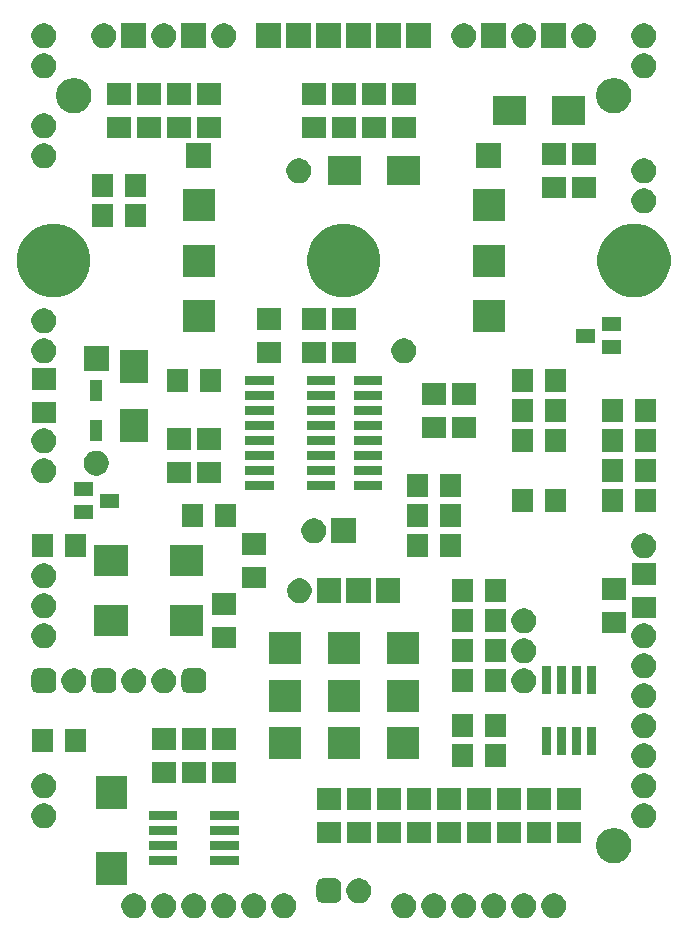
<source format=gbr>
G04 #@! TF.GenerationSoftware,KiCad,Pcbnew,5.1.6-c6e7f7d~87~ubuntu19.10.1*
G04 #@! TF.CreationDate,2023-03-12T15:13:21+06:00*
G04 #@! TF.ProjectId,little_angel_chorus_r2a,6c697474-6c65-45f6-916e-67656c5f6368,2A*
G04 #@! TF.SameCoordinates,Original*
G04 #@! TF.FileFunction,Soldermask,Top*
G04 #@! TF.FilePolarity,Negative*
%FSLAX46Y46*%
G04 Gerber Fmt 4.6, Leading zero omitted, Abs format (unit mm)*
G04 Created by KiCad (PCBNEW 5.1.6-c6e7f7d~87~ubuntu19.10.1) date 2023-03-12 15:13:21*
%MOMM*%
%LPD*%
G01*
G04 APERTURE LIST*
%ADD10C,0.100000*%
G04 APERTURE END LIST*
D10*
G36*
X123496274Y-200920350D02*
G01*
X123687362Y-200999502D01*
X123859336Y-201114411D01*
X124005589Y-201260664D01*
X124120498Y-201432638D01*
X124199650Y-201623726D01*
X124240000Y-201826584D01*
X124240000Y-202033416D01*
X124199650Y-202236274D01*
X124120498Y-202427362D01*
X124005589Y-202599336D01*
X123859336Y-202745589D01*
X123687362Y-202860498D01*
X123496274Y-202939650D01*
X123293416Y-202980000D01*
X123086584Y-202980000D01*
X122883726Y-202939650D01*
X122692638Y-202860498D01*
X122520664Y-202745589D01*
X122374411Y-202599336D01*
X122259502Y-202427362D01*
X122180350Y-202236274D01*
X122140000Y-202033416D01*
X122140000Y-201826584D01*
X122180350Y-201623726D01*
X122259502Y-201432638D01*
X122374411Y-201260664D01*
X122520664Y-201114411D01*
X122692638Y-200999502D01*
X122883726Y-200920350D01*
X123086584Y-200880000D01*
X123293416Y-200880000D01*
X123496274Y-200920350D01*
G37*
G36*
X93016274Y-200920350D02*
G01*
X93207362Y-200999502D01*
X93379336Y-201114411D01*
X93525589Y-201260664D01*
X93640498Y-201432638D01*
X93719650Y-201623726D01*
X93760000Y-201826584D01*
X93760000Y-202033416D01*
X93719650Y-202236274D01*
X93640498Y-202427362D01*
X93525589Y-202599336D01*
X93379336Y-202745589D01*
X93207362Y-202860498D01*
X93016274Y-202939650D01*
X92813416Y-202980000D01*
X92606584Y-202980000D01*
X92403726Y-202939650D01*
X92212638Y-202860498D01*
X92040664Y-202745589D01*
X91894411Y-202599336D01*
X91779502Y-202427362D01*
X91700350Y-202236274D01*
X91660000Y-202033416D01*
X91660000Y-201826584D01*
X91700350Y-201623726D01*
X91779502Y-201432638D01*
X91894411Y-201260664D01*
X92040664Y-201114411D01*
X92212638Y-200999502D01*
X92403726Y-200920350D01*
X92606584Y-200880000D01*
X92813416Y-200880000D01*
X93016274Y-200920350D01*
G37*
G36*
X90476274Y-200920350D02*
G01*
X90667362Y-200999502D01*
X90839336Y-201114411D01*
X90985589Y-201260664D01*
X91100498Y-201432638D01*
X91179650Y-201623726D01*
X91220000Y-201826584D01*
X91220000Y-202033416D01*
X91179650Y-202236274D01*
X91100498Y-202427362D01*
X90985589Y-202599336D01*
X90839336Y-202745589D01*
X90667362Y-202860498D01*
X90476274Y-202939650D01*
X90273416Y-202980000D01*
X90066584Y-202980000D01*
X89863726Y-202939650D01*
X89672638Y-202860498D01*
X89500664Y-202745589D01*
X89354411Y-202599336D01*
X89239502Y-202427362D01*
X89160350Y-202236274D01*
X89120000Y-202033416D01*
X89120000Y-201826584D01*
X89160350Y-201623726D01*
X89239502Y-201432638D01*
X89354411Y-201260664D01*
X89500664Y-201114411D01*
X89672638Y-200999502D01*
X89863726Y-200920350D01*
X90066584Y-200880000D01*
X90273416Y-200880000D01*
X90476274Y-200920350D01*
G37*
G36*
X87936274Y-200920350D02*
G01*
X88127362Y-200999502D01*
X88299336Y-201114411D01*
X88445589Y-201260664D01*
X88560498Y-201432638D01*
X88639650Y-201623726D01*
X88680000Y-201826584D01*
X88680000Y-202033416D01*
X88639650Y-202236274D01*
X88560498Y-202427362D01*
X88445589Y-202599336D01*
X88299336Y-202745589D01*
X88127362Y-202860498D01*
X87936274Y-202939650D01*
X87733416Y-202980000D01*
X87526584Y-202980000D01*
X87323726Y-202939650D01*
X87132638Y-202860498D01*
X86960664Y-202745589D01*
X86814411Y-202599336D01*
X86699502Y-202427362D01*
X86620350Y-202236274D01*
X86580000Y-202033416D01*
X86580000Y-201826584D01*
X86620350Y-201623726D01*
X86699502Y-201432638D01*
X86814411Y-201260664D01*
X86960664Y-201114411D01*
X87132638Y-200999502D01*
X87323726Y-200920350D01*
X87526584Y-200880000D01*
X87733416Y-200880000D01*
X87936274Y-200920350D01*
G37*
G36*
X100636274Y-200920350D02*
G01*
X100827362Y-200999502D01*
X100999336Y-201114411D01*
X101145589Y-201260664D01*
X101260498Y-201432638D01*
X101339650Y-201623726D01*
X101380000Y-201826584D01*
X101380000Y-202033416D01*
X101339650Y-202236274D01*
X101260498Y-202427362D01*
X101145589Y-202599336D01*
X100999336Y-202745589D01*
X100827362Y-202860498D01*
X100636274Y-202939650D01*
X100433416Y-202980000D01*
X100226584Y-202980000D01*
X100023726Y-202939650D01*
X99832638Y-202860498D01*
X99660664Y-202745589D01*
X99514411Y-202599336D01*
X99399502Y-202427362D01*
X99320350Y-202236274D01*
X99280000Y-202033416D01*
X99280000Y-201826584D01*
X99320350Y-201623726D01*
X99399502Y-201432638D01*
X99514411Y-201260664D01*
X99660664Y-201114411D01*
X99832638Y-200999502D01*
X100023726Y-200920350D01*
X100226584Y-200880000D01*
X100433416Y-200880000D01*
X100636274Y-200920350D01*
G37*
G36*
X98096274Y-200920350D02*
G01*
X98287362Y-200999502D01*
X98459336Y-201114411D01*
X98605589Y-201260664D01*
X98720498Y-201432638D01*
X98799650Y-201623726D01*
X98840000Y-201826584D01*
X98840000Y-202033416D01*
X98799650Y-202236274D01*
X98720498Y-202427362D01*
X98605589Y-202599336D01*
X98459336Y-202745589D01*
X98287362Y-202860498D01*
X98096274Y-202939650D01*
X97893416Y-202980000D01*
X97686584Y-202980000D01*
X97483726Y-202939650D01*
X97292638Y-202860498D01*
X97120664Y-202745589D01*
X96974411Y-202599336D01*
X96859502Y-202427362D01*
X96780350Y-202236274D01*
X96740000Y-202033416D01*
X96740000Y-201826584D01*
X96780350Y-201623726D01*
X96859502Y-201432638D01*
X96974411Y-201260664D01*
X97120664Y-201114411D01*
X97292638Y-200999502D01*
X97483726Y-200920350D01*
X97686584Y-200880000D01*
X97893416Y-200880000D01*
X98096274Y-200920350D01*
G37*
G36*
X95556274Y-200920350D02*
G01*
X95747362Y-200999502D01*
X95919336Y-201114411D01*
X96065589Y-201260664D01*
X96180498Y-201432638D01*
X96259650Y-201623726D01*
X96300000Y-201826584D01*
X96300000Y-202033416D01*
X96259650Y-202236274D01*
X96180498Y-202427362D01*
X96065589Y-202599336D01*
X95919336Y-202745589D01*
X95747362Y-202860498D01*
X95556274Y-202939650D01*
X95353416Y-202980000D01*
X95146584Y-202980000D01*
X94943726Y-202939650D01*
X94752638Y-202860498D01*
X94580664Y-202745589D01*
X94434411Y-202599336D01*
X94319502Y-202427362D01*
X94240350Y-202236274D01*
X94200000Y-202033416D01*
X94200000Y-201826584D01*
X94240350Y-201623726D01*
X94319502Y-201432638D01*
X94434411Y-201260664D01*
X94580664Y-201114411D01*
X94752638Y-200999502D01*
X94943726Y-200920350D01*
X95146584Y-200880000D01*
X95353416Y-200880000D01*
X95556274Y-200920350D01*
G37*
G36*
X113336274Y-200920350D02*
G01*
X113527362Y-200999502D01*
X113699336Y-201114411D01*
X113845589Y-201260664D01*
X113960498Y-201432638D01*
X114039650Y-201623726D01*
X114080000Y-201826584D01*
X114080000Y-202033416D01*
X114039650Y-202236274D01*
X113960498Y-202427362D01*
X113845589Y-202599336D01*
X113699336Y-202745589D01*
X113527362Y-202860498D01*
X113336274Y-202939650D01*
X113133416Y-202980000D01*
X112926584Y-202980000D01*
X112723726Y-202939650D01*
X112532638Y-202860498D01*
X112360664Y-202745589D01*
X112214411Y-202599336D01*
X112099502Y-202427362D01*
X112020350Y-202236274D01*
X111980000Y-202033416D01*
X111980000Y-201826584D01*
X112020350Y-201623726D01*
X112099502Y-201432638D01*
X112214411Y-201260664D01*
X112360664Y-201114411D01*
X112532638Y-200999502D01*
X112723726Y-200920350D01*
X112926584Y-200880000D01*
X113133416Y-200880000D01*
X113336274Y-200920350D01*
G37*
G36*
X110796274Y-200920350D02*
G01*
X110987362Y-200999502D01*
X111159336Y-201114411D01*
X111305589Y-201260664D01*
X111420498Y-201432638D01*
X111499650Y-201623726D01*
X111540000Y-201826584D01*
X111540000Y-202033416D01*
X111499650Y-202236274D01*
X111420498Y-202427362D01*
X111305589Y-202599336D01*
X111159336Y-202745589D01*
X110987362Y-202860498D01*
X110796274Y-202939650D01*
X110593416Y-202980000D01*
X110386584Y-202980000D01*
X110183726Y-202939650D01*
X109992638Y-202860498D01*
X109820664Y-202745589D01*
X109674411Y-202599336D01*
X109559502Y-202427362D01*
X109480350Y-202236274D01*
X109440000Y-202033416D01*
X109440000Y-201826584D01*
X109480350Y-201623726D01*
X109559502Y-201432638D01*
X109674411Y-201260664D01*
X109820664Y-201114411D01*
X109992638Y-200999502D01*
X110183726Y-200920350D01*
X110386584Y-200880000D01*
X110593416Y-200880000D01*
X110796274Y-200920350D01*
G37*
G36*
X120956274Y-200920350D02*
G01*
X121147362Y-200999502D01*
X121319336Y-201114411D01*
X121465589Y-201260664D01*
X121580498Y-201432638D01*
X121659650Y-201623726D01*
X121700000Y-201826584D01*
X121700000Y-202033416D01*
X121659650Y-202236274D01*
X121580498Y-202427362D01*
X121465589Y-202599336D01*
X121319336Y-202745589D01*
X121147362Y-202860498D01*
X120956274Y-202939650D01*
X120753416Y-202980000D01*
X120546584Y-202980000D01*
X120343726Y-202939650D01*
X120152638Y-202860498D01*
X119980664Y-202745589D01*
X119834411Y-202599336D01*
X119719502Y-202427362D01*
X119640350Y-202236274D01*
X119600000Y-202033416D01*
X119600000Y-201826584D01*
X119640350Y-201623726D01*
X119719502Y-201432638D01*
X119834411Y-201260664D01*
X119980664Y-201114411D01*
X120152638Y-200999502D01*
X120343726Y-200920350D01*
X120546584Y-200880000D01*
X120753416Y-200880000D01*
X120956274Y-200920350D01*
G37*
G36*
X115876274Y-200920350D02*
G01*
X116067362Y-200999502D01*
X116239336Y-201114411D01*
X116385589Y-201260664D01*
X116500498Y-201432638D01*
X116579650Y-201623726D01*
X116620000Y-201826584D01*
X116620000Y-202033416D01*
X116579650Y-202236274D01*
X116500498Y-202427362D01*
X116385589Y-202599336D01*
X116239336Y-202745589D01*
X116067362Y-202860498D01*
X115876274Y-202939650D01*
X115673416Y-202980000D01*
X115466584Y-202980000D01*
X115263726Y-202939650D01*
X115072638Y-202860498D01*
X114900664Y-202745589D01*
X114754411Y-202599336D01*
X114639502Y-202427362D01*
X114560350Y-202236274D01*
X114520000Y-202033416D01*
X114520000Y-201826584D01*
X114560350Y-201623726D01*
X114639502Y-201432638D01*
X114754411Y-201260664D01*
X114900664Y-201114411D01*
X115072638Y-200999502D01*
X115263726Y-200920350D01*
X115466584Y-200880000D01*
X115673416Y-200880000D01*
X115876274Y-200920350D01*
G37*
G36*
X118416274Y-200920350D02*
G01*
X118607362Y-200999502D01*
X118779336Y-201114411D01*
X118925589Y-201260664D01*
X119040498Y-201432638D01*
X119119650Y-201623726D01*
X119160000Y-201826584D01*
X119160000Y-202033416D01*
X119119650Y-202236274D01*
X119040498Y-202427362D01*
X118925589Y-202599336D01*
X118779336Y-202745589D01*
X118607362Y-202860498D01*
X118416274Y-202939650D01*
X118213416Y-202980000D01*
X118006584Y-202980000D01*
X117803726Y-202939650D01*
X117612638Y-202860498D01*
X117440664Y-202745589D01*
X117294411Y-202599336D01*
X117179502Y-202427362D01*
X117100350Y-202236274D01*
X117060000Y-202033416D01*
X117060000Y-201826584D01*
X117100350Y-201623726D01*
X117179502Y-201432638D01*
X117294411Y-201260664D01*
X117440664Y-201114411D01*
X117612638Y-200999502D01*
X117803726Y-200920350D01*
X118006584Y-200880000D01*
X118213416Y-200880000D01*
X118416274Y-200920350D01*
G37*
G36*
X104715007Y-199621811D02*
G01*
X104825599Y-199655358D01*
X104927517Y-199709834D01*
X105016851Y-199783149D01*
X105090166Y-199872483D01*
X105144642Y-199974401D01*
X105178189Y-200084993D01*
X105190000Y-200204908D01*
X105190000Y-201115092D01*
X105178189Y-201235007D01*
X105144642Y-201345599D01*
X105090166Y-201447517D01*
X105016851Y-201536851D01*
X104927517Y-201610166D01*
X104825599Y-201664642D01*
X104715007Y-201698189D01*
X104595092Y-201710000D01*
X103684908Y-201710000D01*
X103564993Y-201698189D01*
X103454401Y-201664642D01*
X103352483Y-201610166D01*
X103263149Y-201536851D01*
X103189834Y-201447517D01*
X103135358Y-201345599D01*
X103101811Y-201235007D01*
X103090000Y-201115092D01*
X103090000Y-200204908D01*
X103101811Y-200084993D01*
X103135358Y-199974401D01*
X103189834Y-199872483D01*
X103263149Y-199783149D01*
X103352483Y-199709834D01*
X103454401Y-199655358D01*
X103564993Y-199621811D01*
X103684908Y-199610000D01*
X104595092Y-199610000D01*
X104715007Y-199621811D01*
G37*
G36*
X106986274Y-199650350D02*
G01*
X107177362Y-199729502D01*
X107349336Y-199844411D01*
X107495589Y-199990664D01*
X107610498Y-200162638D01*
X107689650Y-200353726D01*
X107730000Y-200556584D01*
X107730000Y-200763416D01*
X107689650Y-200966274D01*
X107610498Y-201157362D01*
X107495589Y-201329336D01*
X107349336Y-201475589D01*
X107177362Y-201590498D01*
X106986274Y-201669650D01*
X106783416Y-201710000D01*
X106576584Y-201710000D01*
X106373726Y-201669650D01*
X106182638Y-201590498D01*
X106010664Y-201475589D01*
X105864411Y-201329336D01*
X105749502Y-201157362D01*
X105670350Y-200966274D01*
X105630000Y-200763416D01*
X105630000Y-200556584D01*
X105670350Y-200353726D01*
X105749502Y-200162638D01*
X105864411Y-199990664D01*
X106010664Y-199844411D01*
X106182638Y-199729502D01*
X106373726Y-199650350D01*
X106576584Y-199610000D01*
X106783416Y-199610000D01*
X106986274Y-199650350D01*
G37*
G36*
X87025000Y-200180000D02*
G01*
X84425000Y-200180000D01*
X84425000Y-197380000D01*
X87025000Y-197380000D01*
X87025000Y-200180000D01*
G37*
G36*
X91310000Y-198520000D02*
G01*
X88910000Y-198520000D01*
X88910000Y-197720000D01*
X91310000Y-197720000D01*
X91310000Y-198520000D01*
G37*
G36*
X96510000Y-198520000D02*
G01*
X94110000Y-198520000D01*
X94110000Y-197720000D01*
X96510000Y-197720000D01*
X96510000Y-198520000D01*
G37*
G36*
X128707534Y-195407644D02*
G01*
X128707536Y-195407645D01*
X128707537Y-195407645D01*
X128787491Y-195440763D01*
X128980517Y-195520717D01*
X128980518Y-195520718D01*
X129226193Y-195684872D01*
X129435128Y-195893807D01*
X129566541Y-196090481D01*
X129599283Y-196139483D01*
X129712356Y-196412466D01*
X129770000Y-196702263D01*
X129770000Y-196997737D01*
X129712356Y-197287534D01*
X129599283Y-197560517D01*
X129599282Y-197560518D01*
X129435128Y-197806193D01*
X129226193Y-198015128D01*
X129029519Y-198146541D01*
X128980517Y-198179283D01*
X128787491Y-198259237D01*
X128707537Y-198292355D01*
X128707536Y-198292355D01*
X128707534Y-198292356D01*
X128417737Y-198350000D01*
X128122263Y-198350000D01*
X127832466Y-198292356D01*
X127832464Y-198292355D01*
X127832463Y-198292355D01*
X127752509Y-198259237D01*
X127559483Y-198179283D01*
X127510481Y-198146541D01*
X127313807Y-198015128D01*
X127104872Y-197806193D01*
X126940718Y-197560518D01*
X126940717Y-197560517D01*
X126827644Y-197287534D01*
X126770000Y-196997737D01*
X126770000Y-196702263D01*
X126827644Y-196412466D01*
X126940717Y-196139483D01*
X126973459Y-196090481D01*
X127104872Y-195893807D01*
X127313807Y-195684872D01*
X127559482Y-195520718D01*
X127559483Y-195520717D01*
X127752509Y-195440763D01*
X127832463Y-195407645D01*
X127832464Y-195407645D01*
X127832466Y-195407644D01*
X128122263Y-195350000D01*
X128417737Y-195350000D01*
X128707534Y-195407644D01*
G37*
G36*
X96510000Y-197250000D02*
G01*
X94110000Y-197250000D01*
X94110000Y-196450000D01*
X96510000Y-196450000D01*
X96510000Y-197250000D01*
G37*
G36*
X91310000Y-197250000D02*
G01*
X88910000Y-197250000D01*
X88910000Y-196450000D01*
X91310000Y-196450000D01*
X91310000Y-197250000D01*
G37*
G36*
X125460000Y-196610000D02*
G01*
X123460000Y-196610000D01*
X123460000Y-194810000D01*
X125460000Y-194810000D01*
X125460000Y-196610000D01*
G37*
G36*
X105140000Y-196610000D02*
G01*
X103140000Y-196610000D01*
X103140000Y-194810000D01*
X105140000Y-194810000D01*
X105140000Y-196610000D01*
G37*
G36*
X110220000Y-196610000D02*
G01*
X108220000Y-196610000D01*
X108220000Y-194810000D01*
X110220000Y-194810000D01*
X110220000Y-196610000D01*
G37*
G36*
X122920000Y-196610000D02*
G01*
X120920000Y-196610000D01*
X120920000Y-194810000D01*
X122920000Y-194810000D01*
X122920000Y-196610000D01*
G37*
G36*
X117840000Y-196610000D02*
G01*
X115840000Y-196610000D01*
X115840000Y-194810000D01*
X117840000Y-194810000D01*
X117840000Y-196610000D01*
G37*
G36*
X120380000Y-196610000D02*
G01*
X118380000Y-196610000D01*
X118380000Y-194810000D01*
X120380000Y-194810000D01*
X120380000Y-196610000D01*
G37*
G36*
X115300000Y-196610000D02*
G01*
X113300000Y-196610000D01*
X113300000Y-194810000D01*
X115300000Y-194810000D01*
X115300000Y-196610000D01*
G37*
G36*
X112760000Y-196610000D02*
G01*
X110760000Y-196610000D01*
X110760000Y-194810000D01*
X112760000Y-194810000D01*
X112760000Y-196610000D01*
G37*
G36*
X107680000Y-196610000D02*
G01*
X105680000Y-196610000D01*
X105680000Y-194810000D01*
X107680000Y-194810000D01*
X107680000Y-196610000D01*
G37*
G36*
X96510000Y-195980000D02*
G01*
X94110000Y-195980000D01*
X94110000Y-195180000D01*
X96510000Y-195180000D01*
X96510000Y-195980000D01*
G37*
G36*
X91310000Y-195980000D02*
G01*
X88910000Y-195980000D01*
X88910000Y-195180000D01*
X91310000Y-195180000D01*
X91310000Y-195980000D01*
G37*
G36*
X80316274Y-193300350D02*
G01*
X80507362Y-193379502D01*
X80679336Y-193494411D01*
X80825589Y-193640664D01*
X80940498Y-193812638D01*
X81019650Y-194003726D01*
X81060000Y-194206584D01*
X81060000Y-194413416D01*
X81019650Y-194616274D01*
X80940498Y-194807362D01*
X80825589Y-194979336D01*
X80679336Y-195125589D01*
X80507362Y-195240498D01*
X80316274Y-195319650D01*
X80113416Y-195360000D01*
X79906584Y-195360000D01*
X79703726Y-195319650D01*
X79512638Y-195240498D01*
X79340664Y-195125589D01*
X79194411Y-194979336D01*
X79079502Y-194807362D01*
X79000350Y-194616274D01*
X78960000Y-194413416D01*
X78960000Y-194206584D01*
X79000350Y-194003726D01*
X79079502Y-193812638D01*
X79194411Y-193640664D01*
X79340664Y-193494411D01*
X79512638Y-193379502D01*
X79703726Y-193300350D01*
X79906584Y-193260000D01*
X80113416Y-193260000D01*
X80316274Y-193300350D01*
G37*
G36*
X131116274Y-193300350D02*
G01*
X131307362Y-193379502D01*
X131479336Y-193494411D01*
X131625589Y-193640664D01*
X131740498Y-193812638D01*
X131819650Y-194003726D01*
X131860000Y-194206584D01*
X131860000Y-194413416D01*
X131819650Y-194616274D01*
X131740498Y-194807362D01*
X131625589Y-194979336D01*
X131479336Y-195125589D01*
X131307362Y-195240498D01*
X131116274Y-195319650D01*
X130913416Y-195360000D01*
X130706584Y-195360000D01*
X130503726Y-195319650D01*
X130312638Y-195240498D01*
X130140664Y-195125589D01*
X129994411Y-194979336D01*
X129879502Y-194807362D01*
X129800350Y-194616274D01*
X129760000Y-194413416D01*
X129760000Y-194206584D01*
X129800350Y-194003726D01*
X129879502Y-193812638D01*
X129994411Y-193640664D01*
X130140664Y-193494411D01*
X130312638Y-193379502D01*
X130503726Y-193300350D01*
X130706584Y-193260000D01*
X130913416Y-193260000D01*
X131116274Y-193300350D01*
G37*
G36*
X96510000Y-194710000D02*
G01*
X94110000Y-194710000D01*
X94110000Y-193910000D01*
X96510000Y-193910000D01*
X96510000Y-194710000D01*
G37*
G36*
X91310000Y-194710000D02*
G01*
X88910000Y-194710000D01*
X88910000Y-193910000D01*
X91310000Y-193910000D01*
X91310000Y-194710000D01*
G37*
G36*
X110220000Y-193810000D02*
G01*
X108220000Y-193810000D01*
X108220000Y-192010000D01*
X110220000Y-192010000D01*
X110220000Y-193810000D01*
G37*
G36*
X107680000Y-193810000D02*
G01*
X105680000Y-193810000D01*
X105680000Y-192010000D01*
X107680000Y-192010000D01*
X107680000Y-193810000D01*
G37*
G36*
X105140000Y-193810000D02*
G01*
X103140000Y-193810000D01*
X103140000Y-192010000D01*
X105140000Y-192010000D01*
X105140000Y-193810000D01*
G37*
G36*
X122920000Y-193810000D02*
G01*
X120920000Y-193810000D01*
X120920000Y-192010000D01*
X122920000Y-192010000D01*
X122920000Y-193810000D01*
G37*
G36*
X115300000Y-193810000D02*
G01*
X113300000Y-193810000D01*
X113300000Y-192010000D01*
X115300000Y-192010000D01*
X115300000Y-193810000D01*
G37*
G36*
X117840000Y-193810000D02*
G01*
X115840000Y-193810000D01*
X115840000Y-192010000D01*
X117840000Y-192010000D01*
X117840000Y-193810000D01*
G37*
G36*
X125460000Y-193810000D02*
G01*
X123460000Y-193810000D01*
X123460000Y-192010000D01*
X125460000Y-192010000D01*
X125460000Y-193810000D01*
G37*
G36*
X120380000Y-193810000D02*
G01*
X118380000Y-193810000D01*
X118380000Y-192010000D01*
X120380000Y-192010000D01*
X120380000Y-193810000D01*
G37*
G36*
X112760000Y-193810000D02*
G01*
X110760000Y-193810000D01*
X110760000Y-192010000D01*
X112760000Y-192010000D01*
X112760000Y-193810000D01*
G37*
G36*
X87025000Y-193780000D02*
G01*
X84425000Y-193780000D01*
X84425000Y-190980000D01*
X87025000Y-190980000D01*
X87025000Y-193780000D01*
G37*
G36*
X80316274Y-190760350D02*
G01*
X80507362Y-190839502D01*
X80679336Y-190954411D01*
X80825589Y-191100664D01*
X80940498Y-191272638D01*
X81019650Y-191463726D01*
X81060000Y-191666584D01*
X81060000Y-191873416D01*
X81019650Y-192076274D01*
X80940498Y-192267362D01*
X80825589Y-192439336D01*
X80679336Y-192585589D01*
X80507362Y-192700498D01*
X80316274Y-192779650D01*
X80113416Y-192820000D01*
X79906584Y-192820000D01*
X79703726Y-192779650D01*
X79512638Y-192700498D01*
X79340664Y-192585589D01*
X79194411Y-192439336D01*
X79079502Y-192267362D01*
X79000350Y-192076274D01*
X78960000Y-191873416D01*
X78960000Y-191666584D01*
X79000350Y-191463726D01*
X79079502Y-191272638D01*
X79194411Y-191100664D01*
X79340664Y-190954411D01*
X79512638Y-190839502D01*
X79703726Y-190760350D01*
X79906584Y-190720000D01*
X80113416Y-190720000D01*
X80316274Y-190760350D01*
G37*
G36*
X131116274Y-190760350D02*
G01*
X131307362Y-190839502D01*
X131479336Y-190954411D01*
X131625589Y-191100664D01*
X131740498Y-191272638D01*
X131819650Y-191463726D01*
X131860000Y-191666584D01*
X131860000Y-191873416D01*
X131819650Y-192076274D01*
X131740498Y-192267362D01*
X131625589Y-192439336D01*
X131479336Y-192585589D01*
X131307362Y-192700498D01*
X131116274Y-192779650D01*
X130913416Y-192820000D01*
X130706584Y-192820000D01*
X130503726Y-192779650D01*
X130312638Y-192700498D01*
X130140664Y-192585589D01*
X129994411Y-192439336D01*
X129879502Y-192267362D01*
X129800350Y-192076274D01*
X129760000Y-191873416D01*
X129760000Y-191666584D01*
X129800350Y-191463726D01*
X129879502Y-191272638D01*
X129994411Y-191100664D01*
X130140664Y-190954411D01*
X130312638Y-190839502D01*
X130503726Y-190760350D01*
X130706584Y-190720000D01*
X130913416Y-190720000D01*
X131116274Y-190760350D01*
G37*
G36*
X96250000Y-191530000D02*
G01*
X94250000Y-191530000D01*
X94250000Y-189730000D01*
X96250000Y-189730000D01*
X96250000Y-191530000D01*
G37*
G36*
X93710000Y-191530000D02*
G01*
X91710000Y-191530000D01*
X91710000Y-189730000D01*
X93710000Y-189730000D01*
X93710000Y-191530000D01*
G37*
G36*
X91170000Y-191530000D02*
G01*
X89170000Y-191530000D01*
X89170000Y-189730000D01*
X91170000Y-189730000D01*
X91170000Y-191530000D01*
G37*
G36*
X131116274Y-188220350D02*
G01*
X131307362Y-188299502D01*
X131479336Y-188414411D01*
X131625589Y-188560664D01*
X131740498Y-188732638D01*
X131819650Y-188923726D01*
X131860000Y-189126584D01*
X131860000Y-189333416D01*
X131819650Y-189536274D01*
X131740498Y-189727362D01*
X131625589Y-189899336D01*
X131479336Y-190045589D01*
X131307362Y-190160498D01*
X131116274Y-190239650D01*
X130913416Y-190280000D01*
X130706584Y-190280000D01*
X130503726Y-190239650D01*
X130312638Y-190160498D01*
X130140664Y-190045589D01*
X129994411Y-189899336D01*
X129879502Y-189727362D01*
X129800350Y-189536274D01*
X129760000Y-189333416D01*
X129760000Y-189126584D01*
X129800350Y-188923726D01*
X129879502Y-188732638D01*
X129994411Y-188560664D01*
X130140664Y-188414411D01*
X130312638Y-188299502D01*
X130503726Y-188220350D01*
X130706584Y-188180000D01*
X130913416Y-188180000D01*
X131116274Y-188220350D01*
G37*
G36*
X116340000Y-190230000D02*
G01*
X114540000Y-190230000D01*
X114540000Y-188230000D01*
X116340000Y-188230000D01*
X116340000Y-190230000D01*
G37*
G36*
X119140000Y-190230000D02*
G01*
X117340000Y-190230000D01*
X117340000Y-188230000D01*
X119140000Y-188230000D01*
X119140000Y-190230000D01*
G37*
G36*
X111760000Y-189500000D02*
G01*
X109060000Y-189500000D01*
X109060000Y-186800000D01*
X111760000Y-186800000D01*
X111760000Y-189500000D01*
G37*
G36*
X106760000Y-189500000D02*
G01*
X104060000Y-189500000D01*
X104060000Y-186800000D01*
X106760000Y-186800000D01*
X106760000Y-189500000D01*
G37*
G36*
X101760000Y-189500000D02*
G01*
X99060000Y-189500000D01*
X99060000Y-186800000D01*
X101760000Y-186800000D01*
X101760000Y-189500000D01*
G37*
G36*
X124225000Y-189220000D02*
G01*
X123425000Y-189220000D01*
X123425000Y-186820000D01*
X124225000Y-186820000D01*
X124225000Y-189220000D01*
G37*
G36*
X126765000Y-189220000D02*
G01*
X125965000Y-189220000D01*
X125965000Y-186820000D01*
X126765000Y-186820000D01*
X126765000Y-189220000D01*
G37*
G36*
X125495000Y-189220000D02*
G01*
X124695000Y-189220000D01*
X124695000Y-186820000D01*
X125495000Y-186820000D01*
X125495000Y-189220000D01*
G37*
G36*
X122955000Y-189220000D02*
G01*
X122155000Y-189220000D01*
X122155000Y-186820000D01*
X122955000Y-186820000D01*
X122955000Y-189220000D01*
G37*
G36*
X83580000Y-188960000D02*
G01*
X81780000Y-188960000D01*
X81780000Y-186960000D01*
X83580000Y-186960000D01*
X83580000Y-188960000D01*
G37*
G36*
X80780000Y-188960000D02*
G01*
X78980000Y-188960000D01*
X78980000Y-186960000D01*
X80780000Y-186960000D01*
X80780000Y-188960000D01*
G37*
G36*
X91170000Y-188730000D02*
G01*
X89170000Y-188730000D01*
X89170000Y-186930000D01*
X91170000Y-186930000D01*
X91170000Y-188730000D01*
G37*
G36*
X93710000Y-188730000D02*
G01*
X91710000Y-188730000D01*
X91710000Y-186930000D01*
X93710000Y-186930000D01*
X93710000Y-188730000D01*
G37*
G36*
X96250000Y-188730000D02*
G01*
X94250000Y-188730000D01*
X94250000Y-186930000D01*
X96250000Y-186930000D01*
X96250000Y-188730000D01*
G37*
G36*
X131116274Y-185680350D02*
G01*
X131307362Y-185759502D01*
X131479336Y-185874411D01*
X131625589Y-186020664D01*
X131740498Y-186192638D01*
X131819650Y-186383726D01*
X131860000Y-186586584D01*
X131860000Y-186793416D01*
X131819650Y-186996274D01*
X131740498Y-187187362D01*
X131625589Y-187359336D01*
X131479336Y-187505589D01*
X131307362Y-187620498D01*
X131116274Y-187699650D01*
X130913416Y-187740000D01*
X130706584Y-187740000D01*
X130503726Y-187699650D01*
X130312638Y-187620498D01*
X130140664Y-187505589D01*
X129994411Y-187359336D01*
X129879502Y-187187362D01*
X129800350Y-186996274D01*
X129760000Y-186793416D01*
X129760000Y-186586584D01*
X129800350Y-186383726D01*
X129879502Y-186192638D01*
X129994411Y-186020664D01*
X130140664Y-185874411D01*
X130312638Y-185759502D01*
X130503726Y-185680350D01*
X130706584Y-185640000D01*
X130913416Y-185640000D01*
X131116274Y-185680350D01*
G37*
G36*
X116340000Y-187690000D02*
G01*
X114540000Y-187690000D01*
X114540000Y-185690000D01*
X116340000Y-185690000D01*
X116340000Y-187690000D01*
G37*
G36*
X119140000Y-187690000D02*
G01*
X117340000Y-187690000D01*
X117340000Y-185690000D01*
X119140000Y-185690000D01*
X119140000Y-187690000D01*
G37*
G36*
X111760000Y-185500000D02*
G01*
X109060000Y-185500000D01*
X109060000Y-182800000D01*
X111760000Y-182800000D01*
X111760000Y-185500000D01*
G37*
G36*
X101760000Y-185500000D02*
G01*
X99060000Y-185500000D01*
X99060000Y-182800000D01*
X101760000Y-182800000D01*
X101760000Y-185500000D01*
G37*
G36*
X106760000Y-185500000D02*
G01*
X104060000Y-185500000D01*
X104060000Y-182800000D01*
X106760000Y-182800000D01*
X106760000Y-185500000D01*
G37*
G36*
X131116274Y-183140350D02*
G01*
X131307362Y-183219502D01*
X131479336Y-183334411D01*
X131625589Y-183480664D01*
X131740498Y-183652638D01*
X131819650Y-183843726D01*
X131860000Y-184046584D01*
X131860000Y-184253416D01*
X131819650Y-184456274D01*
X131740498Y-184647362D01*
X131625589Y-184819336D01*
X131479336Y-184965589D01*
X131307362Y-185080498D01*
X131116274Y-185159650D01*
X130913416Y-185200000D01*
X130706584Y-185200000D01*
X130503726Y-185159650D01*
X130312638Y-185080498D01*
X130140664Y-184965589D01*
X129994411Y-184819336D01*
X129879502Y-184647362D01*
X129800350Y-184456274D01*
X129760000Y-184253416D01*
X129760000Y-184046584D01*
X129800350Y-183843726D01*
X129879502Y-183652638D01*
X129994411Y-183480664D01*
X130140664Y-183334411D01*
X130312638Y-183219502D01*
X130503726Y-183140350D01*
X130706584Y-183100000D01*
X130913416Y-183100000D01*
X131116274Y-183140350D01*
G37*
G36*
X122955000Y-184020000D02*
G01*
X122155000Y-184020000D01*
X122155000Y-181620000D01*
X122955000Y-181620000D01*
X122955000Y-184020000D01*
G37*
G36*
X126765000Y-184020000D02*
G01*
X125965000Y-184020000D01*
X125965000Y-181620000D01*
X126765000Y-181620000D01*
X126765000Y-184020000D01*
G37*
G36*
X125495000Y-184020000D02*
G01*
X124695000Y-184020000D01*
X124695000Y-181620000D01*
X125495000Y-181620000D01*
X125495000Y-184020000D01*
G37*
G36*
X124225000Y-184020000D02*
G01*
X123425000Y-184020000D01*
X123425000Y-181620000D01*
X124225000Y-181620000D01*
X124225000Y-184020000D01*
G37*
G36*
X82856274Y-181870350D02*
G01*
X83047362Y-181949502D01*
X83219336Y-182064411D01*
X83365589Y-182210664D01*
X83480498Y-182382638D01*
X83559650Y-182573726D01*
X83600000Y-182776584D01*
X83600000Y-182983416D01*
X83559650Y-183186274D01*
X83480498Y-183377362D01*
X83365589Y-183549336D01*
X83219336Y-183695589D01*
X83047362Y-183810498D01*
X82856274Y-183889650D01*
X82653416Y-183930000D01*
X82446584Y-183930000D01*
X82243726Y-183889650D01*
X82052638Y-183810498D01*
X81880664Y-183695589D01*
X81734411Y-183549336D01*
X81619502Y-183377362D01*
X81540350Y-183186274D01*
X81500000Y-182983416D01*
X81500000Y-182776584D01*
X81540350Y-182573726D01*
X81619502Y-182382638D01*
X81734411Y-182210664D01*
X81880664Y-182064411D01*
X82052638Y-181949502D01*
X82243726Y-181870350D01*
X82446584Y-181830000D01*
X82653416Y-181830000D01*
X82856274Y-181870350D01*
G37*
G36*
X80585007Y-181841811D02*
G01*
X80695599Y-181875358D01*
X80797517Y-181929834D01*
X80886851Y-182003149D01*
X80960166Y-182092483D01*
X81014642Y-182194401D01*
X81048189Y-182304993D01*
X81060000Y-182424908D01*
X81060000Y-183335092D01*
X81048189Y-183455007D01*
X81014642Y-183565599D01*
X80960166Y-183667517D01*
X80886851Y-183756851D01*
X80797517Y-183830166D01*
X80695599Y-183884642D01*
X80585007Y-183918189D01*
X80465092Y-183930000D01*
X79554908Y-183930000D01*
X79434993Y-183918189D01*
X79324401Y-183884642D01*
X79222483Y-183830166D01*
X79133149Y-183756851D01*
X79059834Y-183667517D01*
X79005358Y-183565599D01*
X78971811Y-183455007D01*
X78960000Y-183335092D01*
X78960000Y-182424908D01*
X78971811Y-182304993D01*
X79005358Y-182194401D01*
X79059834Y-182092483D01*
X79133149Y-182003149D01*
X79222483Y-181929834D01*
X79324401Y-181875358D01*
X79434993Y-181841811D01*
X79554908Y-181830000D01*
X80465092Y-181830000D01*
X80585007Y-181841811D01*
G37*
G36*
X87936274Y-181870350D02*
G01*
X88127362Y-181949502D01*
X88299336Y-182064411D01*
X88445589Y-182210664D01*
X88560498Y-182382638D01*
X88639650Y-182573726D01*
X88680000Y-182776584D01*
X88680000Y-182983416D01*
X88639650Y-183186274D01*
X88560498Y-183377362D01*
X88445589Y-183549336D01*
X88299336Y-183695589D01*
X88127362Y-183810498D01*
X87936274Y-183889650D01*
X87733416Y-183930000D01*
X87526584Y-183930000D01*
X87323726Y-183889650D01*
X87132638Y-183810498D01*
X86960664Y-183695589D01*
X86814411Y-183549336D01*
X86699502Y-183377362D01*
X86620350Y-183186274D01*
X86580000Y-182983416D01*
X86580000Y-182776584D01*
X86620350Y-182573726D01*
X86699502Y-182382638D01*
X86814411Y-182210664D01*
X86960664Y-182064411D01*
X87132638Y-181949502D01*
X87323726Y-181870350D01*
X87526584Y-181830000D01*
X87733416Y-181830000D01*
X87936274Y-181870350D01*
G37*
G36*
X85665007Y-181841811D02*
G01*
X85775599Y-181875358D01*
X85877517Y-181929834D01*
X85966851Y-182003149D01*
X86040166Y-182092483D01*
X86094642Y-182194401D01*
X86128189Y-182304993D01*
X86140000Y-182424908D01*
X86140000Y-183335092D01*
X86128189Y-183455007D01*
X86094642Y-183565599D01*
X86040166Y-183667517D01*
X85966851Y-183756851D01*
X85877517Y-183830166D01*
X85775599Y-183884642D01*
X85665007Y-183918189D01*
X85545092Y-183930000D01*
X84634908Y-183930000D01*
X84514993Y-183918189D01*
X84404401Y-183884642D01*
X84302483Y-183830166D01*
X84213149Y-183756851D01*
X84139834Y-183667517D01*
X84085358Y-183565599D01*
X84051811Y-183455007D01*
X84040000Y-183335092D01*
X84040000Y-182424908D01*
X84051811Y-182304993D01*
X84085358Y-182194401D01*
X84139834Y-182092483D01*
X84213149Y-182003149D01*
X84302483Y-181929834D01*
X84404401Y-181875358D01*
X84514993Y-181841811D01*
X84634908Y-181830000D01*
X85545092Y-181830000D01*
X85665007Y-181841811D01*
G37*
G36*
X93285007Y-181841811D02*
G01*
X93395599Y-181875358D01*
X93497517Y-181929834D01*
X93586851Y-182003149D01*
X93660166Y-182092483D01*
X93714642Y-182194401D01*
X93748189Y-182304993D01*
X93760000Y-182424908D01*
X93760000Y-183335092D01*
X93748189Y-183455007D01*
X93714642Y-183565599D01*
X93660166Y-183667517D01*
X93586851Y-183756851D01*
X93497517Y-183830166D01*
X93395599Y-183884642D01*
X93285007Y-183918189D01*
X93165092Y-183930000D01*
X92254908Y-183930000D01*
X92134993Y-183918189D01*
X92024401Y-183884642D01*
X91922483Y-183830166D01*
X91833149Y-183756851D01*
X91759834Y-183667517D01*
X91705358Y-183565599D01*
X91671811Y-183455007D01*
X91660000Y-183335092D01*
X91660000Y-182424908D01*
X91671811Y-182304993D01*
X91705358Y-182194401D01*
X91759834Y-182092483D01*
X91833149Y-182003149D01*
X91922483Y-181929834D01*
X92024401Y-181875358D01*
X92134993Y-181841811D01*
X92254908Y-181830000D01*
X93165092Y-181830000D01*
X93285007Y-181841811D01*
G37*
G36*
X120956274Y-181870350D02*
G01*
X121147362Y-181949502D01*
X121319336Y-182064411D01*
X121465589Y-182210664D01*
X121580498Y-182382638D01*
X121659650Y-182573726D01*
X121700000Y-182776584D01*
X121700000Y-182983416D01*
X121659650Y-183186274D01*
X121580498Y-183377362D01*
X121465589Y-183549336D01*
X121319336Y-183695589D01*
X121147362Y-183810498D01*
X120956274Y-183889650D01*
X120753416Y-183930000D01*
X120546584Y-183930000D01*
X120343726Y-183889650D01*
X120152638Y-183810498D01*
X119980664Y-183695589D01*
X119834411Y-183549336D01*
X119719502Y-183377362D01*
X119640350Y-183186274D01*
X119600000Y-182983416D01*
X119600000Y-182776584D01*
X119640350Y-182573726D01*
X119719502Y-182382638D01*
X119834411Y-182210664D01*
X119980664Y-182064411D01*
X120152638Y-181949502D01*
X120343726Y-181870350D01*
X120546584Y-181830000D01*
X120753416Y-181830000D01*
X120956274Y-181870350D01*
G37*
G36*
X90476274Y-181870350D02*
G01*
X90667362Y-181949502D01*
X90839336Y-182064411D01*
X90985589Y-182210664D01*
X91100498Y-182382638D01*
X91179650Y-182573726D01*
X91220000Y-182776584D01*
X91220000Y-182983416D01*
X91179650Y-183186274D01*
X91100498Y-183377362D01*
X90985589Y-183549336D01*
X90839336Y-183695589D01*
X90667362Y-183810498D01*
X90476274Y-183889650D01*
X90273416Y-183930000D01*
X90066584Y-183930000D01*
X89863726Y-183889650D01*
X89672638Y-183810498D01*
X89500664Y-183695589D01*
X89354411Y-183549336D01*
X89239502Y-183377362D01*
X89160350Y-183186274D01*
X89120000Y-182983416D01*
X89120000Y-182776584D01*
X89160350Y-182573726D01*
X89239502Y-182382638D01*
X89354411Y-182210664D01*
X89500664Y-182064411D01*
X89672638Y-181949502D01*
X89863726Y-181870350D01*
X90066584Y-181830000D01*
X90273416Y-181830000D01*
X90476274Y-181870350D01*
G37*
G36*
X119140000Y-183880000D02*
G01*
X117340000Y-183880000D01*
X117340000Y-181880000D01*
X119140000Y-181880000D01*
X119140000Y-183880000D01*
G37*
G36*
X116340000Y-183880000D02*
G01*
X114540000Y-183880000D01*
X114540000Y-181880000D01*
X116340000Y-181880000D01*
X116340000Y-183880000D01*
G37*
G36*
X131116274Y-180600350D02*
G01*
X131307362Y-180679502D01*
X131479336Y-180794411D01*
X131625589Y-180940664D01*
X131740498Y-181112638D01*
X131819650Y-181303726D01*
X131860000Y-181506584D01*
X131860000Y-181713416D01*
X131819650Y-181916274D01*
X131740498Y-182107362D01*
X131625589Y-182279336D01*
X131479336Y-182425589D01*
X131307362Y-182540498D01*
X131116274Y-182619650D01*
X130913416Y-182660000D01*
X130706584Y-182660000D01*
X130503726Y-182619650D01*
X130312638Y-182540498D01*
X130140664Y-182425589D01*
X129994411Y-182279336D01*
X129879502Y-182107362D01*
X129800350Y-181916274D01*
X129760000Y-181713416D01*
X129760000Y-181506584D01*
X129800350Y-181303726D01*
X129879502Y-181112638D01*
X129994411Y-180940664D01*
X130140664Y-180794411D01*
X130312638Y-180679502D01*
X130503726Y-180600350D01*
X130706584Y-180560000D01*
X130913416Y-180560000D01*
X131116274Y-180600350D01*
G37*
G36*
X106760000Y-181500000D02*
G01*
X104060000Y-181500000D01*
X104060000Y-178800000D01*
X106760000Y-178800000D01*
X106760000Y-181500000D01*
G37*
G36*
X101760000Y-181500000D02*
G01*
X99060000Y-181500000D01*
X99060000Y-178800000D01*
X101760000Y-178800000D01*
X101760000Y-181500000D01*
G37*
G36*
X111760000Y-181500000D02*
G01*
X109060000Y-181500000D01*
X109060000Y-178800000D01*
X111760000Y-178800000D01*
X111760000Y-181500000D01*
G37*
G36*
X120956274Y-179330350D02*
G01*
X121147362Y-179409502D01*
X121319336Y-179524411D01*
X121465589Y-179670664D01*
X121580498Y-179842638D01*
X121659650Y-180033726D01*
X121700000Y-180236584D01*
X121700000Y-180443416D01*
X121659650Y-180646274D01*
X121580498Y-180837362D01*
X121465589Y-181009336D01*
X121319336Y-181155589D01*
X121147362Y-181270498D01*
X120956274Y-181349650D01*
X120753416Y-181390000D01*
X120546584Y-181390000D01*
X120343726Y-181349650D01*
X120152638Y-181270498D01*
X119980664Y-181155589D01*
X119834411Y-181009336D01*
X119719502Y-180837362D01*
X119640350Y-180646274D01*
X119600000Y-180443416D01*
X119600000Y-180236584D01*
X119640350Y-180033726D01*
X119719502Y-179842638D01*
X119834411Y-179670664D01*
X119980664Y-179524411D01*
X120152638Y-179409502D01*
X120343726Y-179330350D01*
X120546584Y-179290000D01*
X120753416Y-179290000D01*
X120956274Y-179330350D01*
G37*
G36*
X116340000Y-181340000D02*
G01*
X114540000Y-181340000D01*
X114540000Y-179340000D01*
X116340000Y-179340000D01*
X116340000Y-181340000D01*
G37*
G36*
X119140000Y-181340000D02*
G01*
X117340000Y-181340000D01*
X117340000Y-179340000D01*
X119140000Y-179340000D01*
X119140000Y-181340000D01*
G37*
G36*
X80316274Y-178060350D02*
G01*
X80507362Y-178139502D01*
X80679336Y-178254411D01*
X80825589Y-178400664D01*
X80940498Y-178572638D01*
X81019650Y-178763726D01*
X81060000Y-178966584D01*
X81060000Y-179173416D01*
X81019650Y-179376274D01*
X80940498Y-179567362D01*
X80825589Y-179739336D01*
X80679336Y-179885589D01*
X80507362Y-180000498D01*
X80316274Y-180079650D01*
X80113416Y-180120000D01*
X79906584Y-180120000D01*
X79703726Y-180079650D01*
X79512638Y-180000498D01*
X79340664Y-179885589D01*
X79194411Y-179739336D01*
X79079502Y-179567362D01*
X79000350Y-179376274D01*
X78960000Y-179173416D01*
X78960000Y-178966584D01*
X79000350Y-178763726D01*
X79079502Y-178572638D01*
X79194411Y-178400664D01*
X79340664Y-178254411D01*
X79512638Y-178139502D01*
X79703726Y-178060350D01*
X79906584Y-178020000D01*
X80113416Y-178020000D01*
X80316274Y-178060350D01*
G37*
G36*
X131116274Y-178060350D02*
G01*
X131307362Y-178139502D01*
X131479336Y-178254411D01*
X131625589Y-178400664D01*
X131740498Y-178572638D01*
X131819650Y-178763726D01*
X131860000Y-178966584D01*
X131860000Y-179173416D01*
X131819650Y-179376274D01*
X131740498Y-179567362D01*
X131625589Y-179739336D01*
X131479336Y-179885589D01*
X131307362Y-180000498D01*
X131116274Y-180079650D01*
X130913416Y-180120000D01*
X130706584Y-180120000D01*
X130503726Y-180079650D01*
X130312638Y-180000498D01*
X130140664Y-179885589D01*
X129994411Y-179739336D01*
X129879502Y-179567362D01*
X129800350Y-179376274D01*
X129760000Y-179173416D01*
X129760000Y-178966584D01*
X129800350Y-178763726D01*
X129879502Y-178572638D01*
X129994411Y-178400664D01*
X130140664Y-178254411D01*
X130312638Y-178139502D01*
X130503726Y-178060350D01*
X130706584Y-178020000D01*
X130913416Y-178020000D01*
X131116274Y-178060350D01*
G37*
G36*
X96250000Y-180100000D02*
G01*
X94250000Y-180100000D01*
X94250000Y-178300000D01*
X96250000Y-178300000D01*
X96250000Y-180100000D01*
G37*
G36*
X93500000Y-179100000D02*
G01*
X90700000Y-179100000D01*
X90700000Y-176500000D01*
X93500000Y-176500000D01*
X93500000Y-179100000D01*
G37*
G36*
X87100000Y-179100000D02*
G01*
X84300000Y-179100000D01*
X84300000Y-176500000D01*
X87100000Y-176500000D01*
X87100000Y-179100000D01*
G37*
G36*
X120956274Y-176790350D02*
G01*
X121147362Y-176869502D01*
X121319336Y-176984411D01*
X121465589Y-177130664D01*
X121580498Y-177302638D01*
X121659650Y-177493726D01*
X121700000Y-177696584D01*
X121700000Y-177903416D01*
X121659650Y-178106274D01*
X121580498Y-178297362D01*
X121465589Y-178469336D01*
X121319336Y-178615589D01*
X121147362Y-178730498D01*
X120956274Y-178809650D01*
X120753416Y-178850000D01*
X120546584Y-178850000D01*
X120343726Y-178809650D01*
X120152638Y-178730498D01*
X119980664Y-178615589D01*
X119834411Y-178469336D01*
X119719502Y-178297362D01*
X119640350Y-178106274D01*
X119600000Y-177903416D01*
X119600000Y-177696584D01*
X119640350Y-177493726D01*
X119719502Y-177302638D01*
X119834411Y-177130664D01*
X119980664Y-176984411D01*
X120152638Y-176869502D01*
X120343726Y-176790350D01*
X120546584Y-176750000D01*
X120753416Y-176750000D01*
X120956274Y-176790350D01*
G37*
G36*
X129270000Y-178830000D02*
G01*
X127270000Y-178830000D01*
X127270000Y-177030000D01*
X129270000Y-177030000D01*
X129270000Y-178830000D01*
G37*
G36*
X116340000Y-178800000D02*
G01*
X114540000Y-178800000D01*
X114540000Y-176800000D01*
X116340000Y-176800000D01*
X116340000Y-178800000D01*
G37*
G36*
X119140000Y-178800000D02*
G01*
X117340000Y-178800000D01*
X117340000Y-176800000D01*
X119140000Y-176800000D01*
X119140000Y-178800000D01*
G37*
G36*
X80316274Y-175520350D02*
G01*
X80507362Y-175599502D01*
X80679336Y-175714411D01*
X80825589Y-175860664D01*
X80940498Y-176032638D01*
X81019650Y-176223726D01*
X81060000Y-176426584D01*
X81060000Y-176633416D01*
X81019650Y-176836274D01*
X80940498Y-177027362D01*
X80825589Y-177199336D01*
X80679336Y-177345589D01*
X80507362Y-177460498D01*
X80316274Y-177539650D01*
X80113416Y-177580000D01*
X79906584Y-177580000D01*
X79703726Y-177539650D01*
X79512638Y-177460498D01*
X79340664Y-177345589D01*
X79194411Y-177199336D01*
X79079502Y-177027362D01*
X79000350Y-176836274D01*
X78960000Y-176633416D01*
X78960000Y-176426584D01*
X79000350Y-176223726D01*
X79079502Y-176032638D01*
X79194411Y-175860664D01*
X79340664Y-175714411D01*
X79512638Y-175599502D01*
X79703726Y-175520350D01*
X79906584Y-175480000D01*
X80113416Y-175480000D01*
X80316274Y-175520350D01*
G37*
G36*
X131810000Y-177560000D02*
G01*
X129810000Y-177560000D01*
X129810000Y-175760000D01*
X131810000Y-175760000D01*
X131810000Y-177560000D01*
G37*
G36*
X96250000Y-177300000D02*
G01*
X94250000Y-177300000D01*
X94250000Y-175500000D01*
X96250000Y-175500000D01*
X96250000Y-177300000D01*
G37*
G36*
X107710000Y-176310000D02*
G01*
X105610000Y-176310000D01*
X105610000Y-174210000D01*
X107710000Y-174210000D01*
X107710000Y-176310000D01*
G37*
G36*
X105210000Y-176310000D02*
G01*
X103110000Y-176310000D01*
X103110000Y-174210000D01*
X105210000Y-174210000D01*
X105210000Y-176310000D01*
G37*
G36*
X101966274Y-174250350D02*
G01*
X102157362Y-174329502D01*
X102329336Y-174444411D01*
X102475589Y-174590664D01*
X102590498Y-174762638D01*
X102669650Y-174953726D01*
X102710000Y-175156584D01*
X102710000Y-175363416D01*
X102669650Y-175566274D01*
X102590498Y-175757362D01*
X102475589Y-175929336D01*
X102329336Y-176075589D01*
X102157362Y-176190498D01*
X101966274Y-176269650D01*
X101763416Y-176310000D01*
X101556584Y-176310000D01*
X101353726Y-176269650D01*
X101162638Y-176190498D01*
X100990664Y-176075589D01*
X100844411Y-175929336D01*
X100729502Y-175757362D01*
X100650350Y-175566274D01*
X100610000Y-175363416D01*
X100610000Y-175156584D01*
X100650350Y-174953726D01*
X100729502Y-174762638D01*
X100844411Y-174590664D01*
X100990664Y-174444411D01*
X101162638Y-174329502D01*
X101353726Y-174250350D01*
X101556584Y-174210000D01*
X101763416Y-174210000D01*
X101966274Y-174250350D01*
G37*
G36*
X110210000Y-176310000D02*
G01*
X108110000Y-176310000D01*
X108110000Y-174210000D01*
X110210000Y-174210000D01*
X110210000Y-176310000D01*
G37*
G36*
X119140000Y-176260000D02*
G01*
X117340000Y-176260000D01*
X117340000Y-174260000D01*
X119140000Y-174260000D01*
X119140000Y-176260000D01*
G37*
G36*
X116340000Y-176260000D02*
G01*
X114540000Y-176260000D01*
X114540000Y-174260000D01*
X116340000Y-174260000D01*
X116340000Y-176260000D01*
G37*
G36*
X129270000Y-176030000D02*
G01*
X127270000Y-176030000D01*
X127270000Y-174230000D01*
X129270000Y-174230000D01*
X129270000Y-176030000D01*
G37*
G36*
X80316274Y-172980350D02*
G01*
X80507362Y-173059502D01*
X80679336Y-173174411D01*
X80825589Y-173320664D01*
X80940498Y-173492638D01*
X81019650Y-173683726D01*
X81060000Y-173886584D01*
X81060000Y-174093416D01*
X81019650Y-174296274D01*
X80940498Y-174487362D01*
X80825589Y-174659336D01*
X80679336Y-174805589D01*
X80507362Y-174920498D01*
X80316274Y-174999650D01*
X80113416Y-175040000D01*
X79906584Y-175040000D01*
X79703726Y-174999650D01*
X79512638Y-174920498D01*
X79340664Y-174805589D01*
X79194411Y-174659336D01*
X79079502Y-174487362D01*
X79000350Y-174296274D01*
X78960000Y-174093416D01*
X78960000Y-173886584D01*
X79000350Y-173683726D01*
X79079502Y-173492638D01*
X79194411Y-173320664D01*
X79340664Y-173174411D01*
X79512638Y-173059502D01*
X79703726Y-172980350D01*
X79906584Y-172940000D01*
X80113416Y-172940000D01*
X80316274Y-172980350D01*
G37*
G36*
X98790000Y-175020000D02*
G01*
X96790000Y-175020000D01*
X96790000Y-173220000D01*
X98790000Y-173220000D01*
X98790000Y-175020000D01*
G37*
G36*
X131810000Y-174760000D02*
G01*
X129810000Y-174760000D01*
X129810000Y-172960000D01*
X131810000Y-172960000D01*
X131810000Y-174760000D01*
G37*
G36*
X93500000Y-174020000D02*
G01*
X90700000Y-174020000D01*
X90700000Y-171420000D01*
X93500000Y-171420000D01*
X93500000Y-174020000D01*
G37*
G36*
X87100000Y-174020000D02*
G01*
X84300000Y-174020000D01*
X84300000Y-171420000D01*
X87100000Y-171420000D01*
X87100000Y-174020000D01*
G37*
G36*
X131116274Y-170440350D02*
G01*
X131307362Y-170519502D01*
X131479336Y-170634411D01*
X131625589Y-170780664D01*
X131740498Y-170952638D01*
X131819650Y-171143726D01*
X131860000Y-171346584D01*
X131860000Y-171553416D01*
X131819650Y-171756274D01*
X131740498Y-171947362D01*
X131625589Y-172119336D01*
X131479336Y-172265589D01*
X131307362Y-172380498D01*
X131116274Y-172459650D01*
X130913416Y-172500000D01*
X130706584Y-172500000D01*
X130503726Y-172459650D01*
X130312638Y-172380498D01*
X130140664Y-172265589D01*
X129994411Y-172119336D01*
X129879502Y-171947362D01*
X129800350Y-171756274D01*
X129760000Y-171553416D01*
X129760000Y-171346584D01*
X129800350Y-171143726D01*
X129879502Y-170952638D01*
X129994411Y-170780664D01*
X130140664Y-170634411D01*
X130312638Y-170519502D01*
X130503726Y-170440350D01*
X130706584Y-170400000D01*
X130913416Y-170400000D01*
X131116274Y-170440350D01*
G37*
G36*
X83580000Y-172450000D02*
G01*
X81780000Y-172450000D01*
X81780000Y-170450000D01*
X83580000Y-170450000D01*
X83580000Y-172450000D01*
G37*
G36*
X80780000Y-172450000D02*
G01*
X78980000Y-172450000D01*
X78980000Y-170450000D01*
X80780000Y-170450000D01*
X80780000Y-172450000D01*
G37*
G36*
X112530000Y-172450000D02*
G01*
X110730000Y-172450000D01*
X110730000Y-170450000D01*
X112530000Y-170450000D01*
X112530000Y-172450000D01*
G37*
G36*
X115330000Y-172450000D02*
G01*
X113530000Y-172450000D01*
X113530000Y-170450000D01*
X115330000Y-170450000D01*
X115330000Y-172450000D01*
G37*
G36*
X98790000Y-172220000D02*
G01*
X96790000Y-172220000D01*
X96790000Y-170420000D01*
X98790000Y-170420000D01*
X98790000Y-172220000D01*
G37*
G36*
X106460000Y-171230000D02*
G01*
X104360000Y-171230000D01*
X104360000Y-169130000D01*
X106460000Y-169130000D01*
X106460000Y-171230000D01*
G37*
G36*
X103176274Y-169170350D02*
G01*
X103367362Y-169249502D01*
X103539336Y-169364411D01*
X103685589Y-169510664D01*
X103800498Y-169682638D01*
X103879650Y-169873726D01*
X103920000Y-170076584D01*
X103920000Y-170283416D01*
X103879650Y-170486274D01*
X103800498Y-170677362D01*
X103685589Y-170849336D01*
X103539336Y-170995589D01*
X103367362Y-171110498D01*
X103176274Y-171189650D01*
X102973416Y-171230000D01*
X102766584Y-171230000D01*
X102563726Y-171189650D01*
X102372638Y-171110498D01*
X102200664Y-170995589D01*
X102054411Y-170849336D01*
X101939502Y-170677362D01*
X101860350Y-170486274D01*
X101820000Y-170283416D01*
X101820000Y-170076584D01*
X101860350Y-169873726D01*
X101939502Y-169682638D01*
X102054411Y-169510664D01*
X102200664Y-169364411D01*
X102372638Y-169249502D01*
X102563726Y-169170350D01*
X102766584Y-169130000D01*
X102973416Y-169130000D01*
X103176274Y-169170350D01*
G37*
G36*
X115330000Y-169910000D02*
G01*
X113530000Y-169910000D01*
X113530000Y-167910000D01*
X115330000Y-167910000D01*
X115330000Y-169910000D01*
G37*
G36*
X112530000Y-169910000D02*
G01*
X110730000Y-169910000D01*
X110730000Y-167910000D01*
X112530000Y-167910000D01*
X112530000Y-169910000D01*
G37*
G36*
X96280000Y-169910000D02*
G01*
X94480000Y-169910000D01*
X94480000Y-167910000D01*
X96280000Y-167910000D01*
X96280000Y-169910000D01*
G37*
G36*
X93480000Y-169910000D02*
G01*
X91680000Y-169910000D01*
X91680000Y-167910000D01*
X93480000Y-167910000D01*
X93480000Y-169910000D01*
G37*
G36*
X84155000Y-169190000D02*
G01*
X82555000Y-169190000D01*
X82555000Y-167990000D01*
X84155000Y-167990000D01*
X84155000Y-169190000D01*
G37*
G36*
X131840000Y-168640000D02*
G01*
X130040000Y-168640000D01*
X130040000Y-166640000D01*
X131840000Y-166640000D01*
X131840000Y-168640000D01*
G37*
G36*
X129040000Y-168640000D02*
G01*
X127240000Y-168640000D01*
X127240000Y-166640000D01*
X129040000Y-166640000D01*
X129040000Y-168640000D01*
G37*
G36*
X124220000Y-168640000D02*
G01*
X122420000Y-168640000D01*
X122420000Y-166640000D01*
X124220000Y-166640000D01*
X124220000Y-168640000D01*
G37*
G36*
X121420000Y-168640000D02*
G01*
X119620000Y-168640000D01*
X119620000Y-166640000D01*
X121420000Y-166640000D01*
X121420000Y-168640000D01*
G37*
G36*
X86355000Y-168240000D02*
G01*
X84755000Y-168240000D01*
X84755000Y-167040000D01*
X86355000Y-167040000D01*
X86355000Y-168240000D01*
G37*
G36*
X112530000Y-167370000D02*
G01*
X110730000Y-167370000D01*
X110730000Y-165370000D01*
X112530000Y-165370000D01*
X112530000Y-167370000D01*
G37*
G36*
X115330000Y-167370000D02*
G01*
X113530000Y-167370000D01*
X113530000Y-165370000D01*
X115330000Y-165370000D01*
X115330000Y-167370000D01*
G37*
G36*
X84155000Y-167290000D02*
G01*
X82555000Y-167290000D01*
X82555000Y-166090000D01*
X84155000Y-166090000D01*
X84155000Y-167290000D01*
G37*
G36*
X108670000Y-166770000D02*
G01*
X106270000Y-166770000D01*
X106270000Y-165970000D01*
X108670000Y-165970000D01*
X108670000Y-166770000D01*
G37*
G36*
X99470000Y-166770000D02*
G01*
X97070000Y-166770000D01*
X97070000Y-165970000D01*
X99470000Y-165970000D01*
X99470000Y-166770000D01*
G37*
G36*
X104670000Y-166770000D02*
G01*
X102270000Y-166770000D01*
X102270000Y-165970000D01*
X104670000Y-165970000D01*
X104670000Y-166770000D01*
G37*
G36*
X80316274Y-164090350D02*
G01*
X80507362Y-164169502D01*
X80679336Y-164284411D01*
X80825589Y-164430664D01*
X80940498Y-164602638D01*
X81019650Y-164793726D01*
X81060000Y-164996584D01*
X81060000Y-165203416D01*
X81019650Y-165406274D01*
X80940498Y-165597362D01*
X80825589Y-165769336D01*
X80679336Y-165915589D01*
X80507362Y-166030498D01*
X80316274Y-166109650D01*
X80113416Y-166150000D01*
X79906584Y-166150000D01*
X79703726Y-166109650D01*
X79512638Y-166030498D01*
X79340664Y-165915589D01*
X79194411Y-165769336D01*
X79079502Y-165597362D01*
X79000350Y-165406274D01*
X78960000Y-165203416D01*
X78960000Y-164996584D01*
X79000350Y-164793726D01*
X79079502Y-164602638D01*
X79194411Y-164430664D01*
X79340664Y-164284411D01*
X79512638Y-164169502D01*
X79703726Y-164090350D01*
X79906584Y-164050000D01*
X80113416Y-164050000D01*
X80316274Y-164090350D01*
G37*
G36*
X92440000Y-166130000D02*
G01*
X90440000Y-166130000D01*
X90440000Y-164330000D01*
X92440000Y-164330000D01*
X92440000Y-166130000D01*
G37*
G36*
X94980000Y-166130000D02*
G01*
X92980000Y-166130000D01*
X92980000Y-164330000D01*
X94980000Y-164330000D01*
X94980000Y-166130000D01*
G37*
G36*
X131840000Y-166100000D02*
G01*
X130040000Y-166100000D01*
X130040000Y-164100000D01*
X131840000Y-164100000D01*
X131840000Y-166100000D01*
G37*
G36*
X129040000Y-166100000D02*
G01*
X127240000Y-166100000D01*
X127240000Y-164100000D01*
X129040000Y-164100000D01*
X129040000Y-166100000D01*
G37*
G36*
X84761274Y-163455350D02*
G01*
X84952362Y-163534502D01*
X85124336Y-163649411D01*
X85270589Y-163795664D01*
X85385498Y-163967638D01*
X85464650Y-164158726D01*
X85505000Y-164361584D01*
X85505000Y-164568416D01*
X85464650Y-164771274D01*
X85385498Y-164962362D01*
X85270589Y-165134336D01*
X85124336Y-165280589D01*
X84952362Y-165395498D01*
X84761274Y-165474650D01*
X84558416Y-165515000D01*
X84351584Y-165515000D01*
X84148726Y-165474650D01*
X83957638Y-165395498D01*
X83785664Y-165280589D01*
X83639411Y-165134336D01*
X83524502Y-164962362D01*
X83445350Y-164771274D01*
X83405000Y-164568416D01*
X83405000Y-164361584D01*
X83445350Y-164158726D01*
X83524502Y-163967638D01*
X83639411Y-163795664D01*
X83785664Y-163649411D01*
X83957638Y-163534502D01*
X84148726Y-163455350D01*
X84351584Y-163415000D01*
X84558416Y-163415000D01*
X84761274Y-163455350D01*
G37*
G36*
X99470000Y-165500000D02*
G01*
X97070000Y-165500000D01*
X97070000Y-164700000D01*
X99470000Y-164700000D01*
X99470000Y-165500000D01*
G37*
G36*
X108670000Y-165500000D02*
G01*
X106270000Y-165500000D01*
X106270000Y-164700000D01*
X108670000Y-164700000D01*
X108670000Y-165500000D01*
G37*
G36*
X104670000Y-165500000D02*
G01*
X102270000Y-165500000D01*
X102270000Y-164700000D01*
X104670000Y-164700000D01*
X104670000Y-165500000D01*
G37*
G36*
X104670000Y-164230000D02*
G01*
X102270000Y-164230000D01*
X102270000Y-163430000D01*
X104670000Y-163430000D01*
X104670000Y-164230000D01*
G37*
G36*
X99470000Y-164230000D02*
G01*
X97070000Y-164230000D01*
X97070000Y-163430000D01*
X99470000Y-163430000D01*
X99470000Y-164230000D01*
G37*
G36*
X108670000Y-164230000D02*
G01*
X106270000Y-164230000D01*
X106270000Y-163430000D01*
X108670000Y-163430000D01*
X108670000Y-164230000D01*
G37*
G36*
X80316274Y-161550350D02*
G01*
X80507362Y-161629502D01*
X80679336Y-161744411D01*
X80825589Y-161890664D01*
X80940498Y-162062638D01*
X81019650Y-162253726D01*
X81060000Y-162456584D01*
X81060000Y-162663416D01*
X81019650Y-162866274D01*
X80940498Y-163057362D01*
X80825589Y-163229336D01*
X80679336Y-163375589D01*
X80507362Y-163490498D01*
X80316274Y-163569650D01*
X80113416Y-163610000D01*
X79906584Y-163610000D01*
X79703726Y-163569650D01*
X79512638Y-163490498D01*
X79340664Y-163375589D01*
X79194411Y-163229336D01*
X79079502Y-163057362D01*
X79000350Y-162866274D01*
X78960000Y-162663416D01*
X78960000Y-162456584D01*
X79000350Y-162253726D01*
X79079502Y-162062638D01*
X79194411Y-161890664D01*
X79340664Y-161744411D01*
X79512638Y-161629502D01*
X79703726Y-161550350D01*
X79906584Y-161510000D01*
X80113416Y-161510000D01*
X80316274Y-161550350D01*
G37*
G36*
X121420000Y-163560000D02*
G01*
X119620000Y-163560000D01*
X119620000Y-161560000D01*
X121420000Y-161560000D01*
X121420000Y-163560000D01*
G37*
G36*
X131840000Y-163560000D02*
G01*
X130040000Y-163560000D01*
X130040000Y-161560000D01*
X131840000Y-161560000D01*
X131840000Y-163560000D01*
G37*
G36*
X124220000Y-163560000D02*
G01*
X122420000Y-163560000D01*
X122420000Y-161560000D01*
X124220000Y-161560000D01*
X124220000Y-163560000D01*
G37*
G36*
X129040000Y-163560000D02*
G01*
X127240000Y-163560000D01*
X127240000Y-161560000D01*
X129040000Y-161560000D01*
X129040000Y-163560000D01*
G37*
G36*
X94980000Y-163330000D02*
G01*
X92980000Y-163330000D01*
X92980000Y-161530000D01*
X94980000Y-161530000D01*
X94980000Y-163330000D01*
G37*
G36*
X92440000Y-163330000D02*
G01*
X90440000Y-163330000D01*
X90440000Y-161530000D01*
X92440000Y-161530000D01*
X92440000Y-163330000D01*
G37*
G36*
X108670000Y-162960000D02*
G01*
X106270000Y-162960000D01*
X106270000Y-162160000D01*
X108670000Y-162160000D01*
X108670000Y-162960000D01*
G37*
G36*
X104670000Y-162960000D02*
G01*
X102270000Y-162960000D01*
X102270000Y-162160000D01*
X104670000Y-162160000D01*
X104670000Y-162960000D01*
G37*
G36*
X99470000Y-162960000D02*
G01*
X97070000Y-162960000D01*
X97070000Y-162160000D01*
X99470000Y-162160000D01*
X99470000Y-162960000D01*
G37*
G36*
X88830000Y-162650000D02*
G01*
X86430000Y-162650000D01*
X86430000Y-159850000D01*
X88830000Y-159850000D01*
X88830000Y-162650000D01*
G37*
G36*
X84955000Y-162620000D02*
G01*
X83955000Y-162620000D01*
X83955000Y-160820000D01*
X84955000Y-160820000D01*
X84955000Y-162620000D01*
G37*
G36*
X116570000Y-162320000D02*
G01*
X114570000Y-162320000D01*
X114570000Y-160520000D01*
X116570000Y-160520000D01*
X116570000Y-162320000D01*
G37*
G36*
X114030000Y-162320000D02*
G01*
X112030000Y-162320000D01*
X112030000Y-160520000D01*
X114030000Y-160520000D01*
X114030000Y-162320000D01*
G37*
G36*
X108670000Y-161690000D02*
G01*
X106270000Y-161690000D01*
X106270000Y-160890000D01*
X108670000Y-160890000D01*
X108670000Y-161690000D01*
G37*
G36*
X99470000Y-161690000D02*
G01*
X97070000Y-161690000D01*
X97070000Y-160890000D01*
X99470000Y-160890000D01*
X99470000Y-161690000D01*
G37*
G36*
X104670000Y-161690000D02*
G01*
X102270000Y-161690000D01*
X102270000Y-160890000D01*
X104670000Y-160890000D01*
X104670000Y-161690000D01*
G37*
G36*
X81010000Y-161050000D02*
G01*
X79010000Y-161050000D01*
X79010000Y-159250000D01*
X81010000Y-159250000D01*
X81010000Y-161050000D01*
G37*
G36*
X121420000Y-161020000D02*
G01*
X119620000Y-161020000D01*
X119620000Y-159020000D01*
X121420000Y-159020000D01*
X121420000Y-161020000D01*
G37*
G36*
X131840000Y-161020000D02*
G01*
X130040000Y-161020000D01*
X130040000Y-159020000D01*
X131840000Y-159020000D01*
X131840000Y-161020000D01*
G37*
G36*
X129040000Y-161020000D02*
G01*
X127240000Y-161020000D01*
X127240000Y-159020000D01*
X129040000Y-159020000D01*
X129040000Y-161020000D01*
G37*
G36*
X124220000Y-161020000D02*
G01*
X122420000Y-161020000D01*
X122420000Y-159020000D01*
X124220000Y-159020000D01*
X124220000Y-161020000D01*
G37*
G36*
X99470000Y-160420000D02*
G01*
X97070000Y-160420000D01*
X97070000Y-159620000D01*
X99470000Y-159620000D01*
X99470000Y-160420000D01*
G37*
G36*
X104670000Y-160420000D02*
G01*
X102270000Y-160420000D01*
X102270000Y-159620000D01*
X104670000Y-159620000D01*
X104670000Y-160420000D01*
G37*
G36*
X108670000Y-160420000D02*
G01*
X106270000Y-160420000D01*
X106270000Y-159620000D01*
X108670000Y-159620000D01*
X108670000Y-160420000D01*
G37*
G36*
X114030000Y-159520000D02*
G01*
X112030000Y-159520000D01*
X112030000Y-157720000D01*
X114030000Y-157720000D01*
X114030000Y-159520000D01*
G37*
G36*
X116570000Y-159520000D02*
G01*
X114570000Y-159520000D01*
X114570000Y-157720000D01*
X116570000Y-157720000D01*
X116570000Y-159520000D01*
G37*
G36*
X84955000Y-159220000D02*
G01*
X83955000Y-159220000D01*
X83955000Y-157420000D01*
X84955000Y-157420000D01*
X84955000Y-159220000D01*
G37*
G36*
X108670000Y-159150000D02*
G01*
X106270000Y-159150000D01*
X106270000Y-158350000D01*
X108670000Y-158350000D01*
X108670000Y-159150000D01*
G37*
G36*
X99470000Y-159150000D02*
G01*
X97070000Y-159150000D01*
X97070000Y-158350000D01*
X99470000Y-158350000D01*
X99470000Y-159150000D01*
G37*
G36*
X104670000Y-159150000D02*
G01*
X102270000Y-159150000D01*
X102270000Y-158350000D01*
X104670000Y-158350000D01*
X104670000Y-159150000D01*
G37*
G36*
X121420000Y-158480000D02*
G01*
X119620000Y-158480000D01*
X119620000Y-156480000D01*
X121420000Y-156480000D01*
X121420000Y-158480000D01*
G37*
G36*
X95010000Y-158480000D02*
G01*
X93210000Y-158480000D01*
X93210000Y-156480000D01*
X95010000Y-156480000D01*
X95010000Y-158480000D01*
G37*
G36*
X92210000Y-158480000D02*
G01*
X90410000Y-158480000D01*
X90410000Y-156480000D01*
X92210000Y-156480000D01*
X92210000Y-158480000D01*
G37*
G36*
X124220000Y-158480000D02*
G01*
X122420000Y-158480000D01*
X122420000Y-156480000D01*
X124220000Y-156480000D01*
X124220000Y-158480000D01*
G37*
G36*
X81010000Y-158250000D02*
G01*
X79010000Y-158250000D01*
X79010000Y-156450000D01*
X81010000Y-156450000D01*
X81010000Y-158250000D01*
G37*
G36*
X104670000Y-157880000D02*
G01*
X102270000Y-157880000D01*
X102270000Y-157080000D01*
X104670000Y-157080000D01*
X104670000Y-157880000D01*
G37*
G36*
X99470000Y-157880000D02*
G01*
X97070000Y-157880000D01*
X97070000Y-157080000D01*
X99470000Y-157080000D01*
X99470000Y-157880000D01*
G37*
G36*
X108670000Y-157880000D02*
G01*
X106270000Y-157880000D01*
X106270000Y-157080000D01*
X108670000Y-157080000D01*
X108670000Y-157880000D01*
G37*
G36*
X88830000Y-157650000D02*
G01*
X86430000Y-157650000D01*
X86430000Y-154850000D01*
X88830000Y-154850000D01*
X88830000Y-157650000D01*
G37*
G36*
X85505000Y-156625000D02*
G01*
X83405000Y-156625000D01*
X83405000Y-154525000D01*
X85505000Y-154525000D01*
X85505000Y-156625000D01*
G37*
G36*
X110796274Y-153930350D02*
G01*
X110987362Y-154009502D01*
X111159336Y-154124411D01*
X111305589Y-154270664D01*
X111420498Y-154442638D01*
X111499650Y-154633726D01*
X111540000Y-154836584D01*
X111540000Y-155043416D01*
X111499650Y-155246274D01*
X111420498Y-155437362D01*
X111305589Y-155609336D01*
X111159336Y-155755589D01*
X110987362Y-155870498D01*
X110796274Y-155949650D01*
X110593416Y-155990000D01*
X110386584Y-155990000D01*
X110183726Y-155949650D01*
X109992638Y-155870498D01*
X109820664Y-155755589D01*
X109674411Y-155609336D01*
X109559502Y-155437362D01*
X109480350Y-155246274D01*
X109440000Y-155043416D01*
X109440000Y-154836584D01*
X109480350Y-154633726D01*
X109559502Y-154442638D01*
X109674411Y-154270664D01*
X109820664Y-154124411D01*
X109992638Y-154009502D01*
X110183726Y-153930350D01*
X110386584Y-153890000D01*
X110593416Y-153890000D01*
X110796274Y-153930350D01*
G37*
G36*
X80316274Y-153930350D02*
G01*
X80507362Y-154009502D01*
X80679336Y-154124411D01*
X80825589Y-154270664D01*
X80940498Y-154442638D01*
X81019650Y-154633726D01*
X81060000Y-154836584D01*
X81060000Y-155043416D01*
X81019650Y-155246274D01*
X80940498Y-155437362D01*
X80825589Y-155609336D01*
X80679336Y-155755589D01*
X80507362Y-155870498D01*
X80316274Y-155949650D01*
X80113416Y-155990000D01*
X79906584Y-155990000D01*
X79703726Y-155949650D01*
X79512638Y-155870498D01*
X79340664Y-155755589D01*
X79194411Y-155609336D01*
X79079502Y-155437362D01*
X79000350Y-155246274D01*
X78960000Y-155043416D01*
X78960000Y-154836584D01*
X79000350Y-154633726D01*
X79079502Y-154442638D01*
X79194411Y-154270664D01*
X79340664Y-154124411D01*
X79512638Y-154009502D01*
X79703726Y-153930350D01*
X79906584Y-153890000D01*
X80113416Y-153890000D01*
X80316274Y-153930350D01*
G37*
G36*
X100060000Y-155970000D02*
G01*
X98060000Y-155970000D01*
X98060000Y-154170000D01*
X100060000Y-154170000D01*
X100060000Y-155970000D01*
G37*
G36*
X103870000Y-155970000D02*
G01*
X101870000Y-155970000D01*
X101870000Y-154170000D01*
X103870000Y-154170000D01*
X103870000Y-155970000D01*
G37*
G36*
X106410000Y-155970000D02*
G01*
X104410000Y-155970000D01*
X104410000Y-154170000D01*
X106410000Y-154170000D01*
X106410000Y-155970000D01*
G37*
G36*
X128900000Y-155220000D02*
G01*
X127300000Y-155220000D01*
X127300000Y-154020000D01*
X128900000Y-154020000D01*
X128900000Y-155220000D01*
G37*
G36*
X126700000Y-154270000D02*
G01*
X125100000Y-154270000D01*
X125100000Y-153070000D01*
X126700000Y-153070000D01*
X126700000Y-154270000D01*
G37*
G36*
X80316274Y-151390350D02*
G01*
X80507362Y-151469502D01*
X80679336Y-151584411D01*
X80825589Y-151730664D01*
X80940498Y-151902638D01*
X81019650Y-152093726D01*
X81060000Y-152296584D01*
X81060000Y-152503416D01*
X81019650Y-152706274D01*
X80940498Y-152897362D01*
X80825589Y-153069336D01*
X80679336Y-153215589D01*
X80507362Y-153330498D01*
X80316274Y-153409650D01*
X80113416Y-153450000D01*
X79906584Y-153450000D01*
X79703726Y-153409650D01*
X79512638Y-153330498D01*
X79340664Y-153215589D01*
X79194411Y-153069336D01*
X79079502Y-152897362D01*
X79000350Y-152706274D01*
X78960000Y-152503416D01*
X78960000Y-152296584D01*
X79000350Y-152093726D01*
X79079502Y-151902638D01*
X79194411Y-151730664D01*
X79340664Y-151584411D01*
X79512638Y-151469502D01*
X79703726Y-151390350D01*
X79906584Y-151350000D01*
X80113416Y-151350000D01*
X80316274Y-151390350D01*
G37*
G36*
X119045000Y-153370000D02*
G01*
X116345000Y-153370000D01*
X116345000Y-150670000D01*
X119045000Y-150670000D01*
X119045000Y-153370000D01*
G37*
G36*
X94475000Y-153370000D02*
G01*
X91775000Y-153370000D01*
X91775000Y-150670000D01*
X94475000Y-150670000D01*
X94475000Y-153370000D01*
G37*
G36*
X128900000Y-153320000D02*
G01*
X127300000Y-153320000D01*
X127300000Y-152120000D01*
X128900000Y-152120000D01*
X128900000Y-153320000D01*
G37*
G36*
X100060000Y-153170000D02*
G01*
X98060000Y-153170000D01*
X98060000Y-151370000D01*
X100060000Y-151370000D01*
X100060000Y-153170000D01*
G37*
G36*
X106410000Y-153170000D02*
G01*
X104410000Y-153170000D01*
X104410000Y-151370000D01*
X106410000Y-151370000D01*
X106410000Y-153170000D01*
G37*
G36*
X103870000Y-153170000D02*
G01*
X101870000Y-153170000D01*
X101870000Y-151370000D01*
X103870000Y-151370000D01*
X103870000Y-153170000D01*
G37*
G36*
X106314237Y-144339131D02*
G01*
X106878401Y-144572815D01*
X107386135Y-144912072D01*
X107817928Y-145343865D01*
X108157185Y-145851599D01*
X108390869Y-146415763D01*
X108510000Y-147014677D01*
X108510000Y-147625323D01*
X108390869Y-148224237D01*
X108157185Y-148788401D01*
X107817928Y-149296135D01*
X107386135Y-149727928D01*
X106878401Y-150067185D01*
X106314237Y-150300869D01*
X105715323Y-150420000D01*
X105104677Y-150420000D01*
X104505763Y-150300869D01*
X103941599Y-150067185D01*
X103433865Y-149727928D01*
X103002072Y-149296135D01*
X102662815Y-148788401D01*
X102429131Y-148224237D01*
X102310000Y-147625323D01*
X102310000Y-147014677D01*
X102429131Y-146415763D01*
X102662815Y-145851599D01*
X103002072Y-145343865D01*
X103433865Y-144912072D01*
X103941599Y-144572815D01*
X104505763Y-144339131D01*
X105104677Y-144220000D01*
X105715323Y-144220000D01*
X106314237Y-144339131D01*
G37*
G36*
X81744237Y-144339131D02*
G01*
X82308401Y-144572815D01*
X82816135Y-144912072D01*
X83247928Y-145343865D01*
X83587185Y-145851599D01*
X83820869Y-146415763D01*
X83940000Y-147014677D01*
X83940000Y-147625323D01*
X83820869Y-148224237D01*
X83587185Y-148788401D01*
X83247928Y-149296135D01*
X82816135Y-149727928D01*
X82308401Y-150067185D01*
X81744237Y-150300869D01*
X81145323Y-150420000D01*
X80534677Y-150420000D01*
X79935763Y-150300869D01*
X79371599Y-150067185D01*
X78863865Y-149727928D01*
X78432072Y-149296135D01*
X78092815Y-148788401D01*
X77859131Y-148224237D01*
X77740000Y-147625323D01*
X77740000Y-147014677D01*
X77859131Y-146415763D01*
X78092815Y-145851599D01*
X78432072Y-145343865D01*
X78863865Y-144912072D01*
X79371599Y-144572815D01*
X79935763Y-144339131D01*
X80534677Y-144220000D01*
X81145323Y-144220000D01*
X81744237Y-144339131D01*
G37*
G36*
X130884237Y-144339131D02*
G01*
X131448401Y-144572815D01*
X131956135Y-144912072D01*
X132387928Y-145343865D01*
X132727185Y-145851599D01*
X132960869Y-146415763D01*
X133080000Y-147014677D01*
X133080000Y-147625323D01*
X132960869Y-148224237D01*
X132727185Y-148788401D01*
X132387928Y-149296135D01*
X131956135Y-149727928D01*
X131448401Y-150067185D01*
X130884237Y-150300869D01*
X130285323Y-150420000D01*
X129674677Y-150420000D01*
X129075763Y-150300869D01*
X128511599Y-150067185D01*
X128003865Y-149727928D01*
X127572072Y-149296135D01*
X127232815Y-148788401D01*
X126999131Y-148224237D01*
X126880000Y-147625323D01*
X126880000Y-147014677D01*
X126999131Y-146415763D01*
X127232815Y-145851599D01*
X127572072Y-145343865D01*
X128003865Y-144912072D01*
X128511599Y-144572815D01*
X129075763Y-144339131D01*
X129674677Y-144220000D01*
X130285323Y-144220000D01*
X130884237Y-144339131D01*
G37*
G36*
X119045000Y-148670000D02*
G01*
X116345000Y-148670000D01*
X116345000Y-145970000D01*
X119045000Y-145970000D01*
X119045000Y-148670000D01*
G37*
G36*
X94475000Y-148670000D02*
G01*
X91775000Y-148670000D01*
X91775000Y-145970000D01*
X94475000Y-145970000D01*
X94475000Y-148670000D01*
G37*
G36*
X85860000Y-144510000D02*
G01*
X84060000Y-144510000D01*
X84060000Y-142510000D01*
X85860000Y-142510000D01*
X85860000Y-144510000D01*
G37*
G36*
X88660000Y-144510000D02*
G01*
X86860000Y-144510000D01*
X86860000Y-142510000D01*
X88660000Y-142510000D01*
X88660000Y-144510000D01*
G37*
G36*
X94475000Y-143970000D02*
G01*
X91775000Y-143970000D01*
X91775000Y-141270000D01*
X94475000Y-141270000D01*
X94475000Y-143970000D01*
G37*
G36*
X119045000Y-143970000D02*
G01*
X116345000Y-143970000D01*
X116345000Y-141270000D01*
X119045000Y-141270000D01*
X119045000Y-143970000D01*
G37*
G36*
X131116274Y-141230350D02*
G01*
X131307362Y-141309502D01*
X131479336Y-141424411D01*
X131625589Y-141570664D01*
X131740498Y-141742638D01*
X131819650Y-141933726D01*
X131860000Y-142136584D01*
X131860000Y-142343416D01*
X131819650Y-142546274D01*
X131740498Y-142737362D01*
X131625589Y-142909336D01*
X131479336Y-143055589D01*
X131307362Y-143170498D01*
X131116274Y-143249650D01*
X130913416Y-143290000D01*
X130706584Y-143290000D01*
X130503726Y-143249650D01*
X130312638Y-143170498D01*
X130140664Y-143055589D01*
X129994411Y-142909336D01*
X129879502Y-142737362D01*
X129800350Y-142546274D01*
X129760000Y-142343416D01*
X129760000Y-142136584D01*
X129800350Y-141933726D01*
X129879502Y-141742638D01*
X129994411Y-141570664D01*
X130140664Y-141424411D01*
X130312638Y-141309502D01*
X130503726Y-141230350D01*
X130706584Y-141190000D01*
X130913416Y-141190000D01*
X131116274Y-141230350D01*
G37*
G36*
X126730000Y-142000000D02*
G01*
X124730000Y-142000000D01*
X124730000Y-140200000D01*
X126730000Y-140200000D01*
X126730000Y-142000000D01*
G37*
G36*
X124190000Y-142000000D02*
G01*
X122190000Y-142000000D01*
X122190000Y-140200000D01*
X124190000Y-140200000D01*
X124190000Y-142000000D01*
G37*
G36*
X88660000Y-141970000D02*
G01*
X86860000Y-141970000D01*
X86860000Y-139970000D01*
X88660000Y-139970000D01*
X88660000Y-141970000D01*
G37*
G36*
X85860000Y-141970000D02*
G01*
X84060000Y-141970000D01*
X84060000Y-139970000D01*
X85860000Y-139970000D01*
X85860000Y-141970000D01*
G37*
G36*
X111850000Y-140900000D02*
G01*
X109050000Y-140900000D01*
X109050000Y-138500000D01*
X111850000Y-138500000D01*
X111850000Y-140900000D01*
G37*
G36*
X106850000Y-140900000D02*
G01*
X104050000Y-140900000D01*
X104050000Y-138500000D01*
X106850000Y-138500000D01*
X106850000Y-140900000D01*
G37*
G36*
X101906274Y-138690350D02*
G01*
X102097362Y-138769502D01*
X102269336Y-138884411D01*
X102415589Y-139030664D01*
X102530498Y-139202638D01*
X102609650Y-139393726D01*
X102650000Y-139596584D01*
X102650000Y-139803416D01*
X102609650Y-140006274D01*
X102530498Y-140197362D01*
X102415589Y-140369336D01*
X102269336Y-140515589D01*
X102097362Y-140630498D01*
X101906274Y-140709650D01*
X101703416Y-140750000D01*
X101496584Y-140750000D01*
X101293726Y-140709650D01*
X101102638Y-140630498D01*
X100930664Y-140515589D01*
X100784411Y-140369336D01*
X100669502Y-140197362D01*
X100590350Y-140006274D01*
X100550000Y-139803416D01*
X100550000Y-139596584D01*
X100590350Y-139393726D01*
X100669502Y-139202638D01*
X100784411Y-139030664D01*
X100930664Y-138884411D01*
X101102638Y-138769502D01*
X101293726Y-138690350D01*
X101496584Y-138650000D01*
X101703416Y-138650000D01*
X101906274Y-138690350D01*
G37*
G36*
X131116274Y-138690350D02*
G01*
X131307362Y-138769502D01*
X131479336Y-138884411D01*
X131625589Y-139030664D01*
X131740498Y-139202638D01*
X131819650Y-139393726D01*
X131860000Y-139596584D01*
X131860000Y-139803416D01*
X131819650Y-140006274D01*
X131740498Y-140197362D01*
X131625589Y-140369336D01*
X131479336Y-140515589D01*
X131307362Y-140630498D01*
X131116274Y-140709650D01*
X130913416Y-140750000D01*
X130706584Y-140750000D01*
X130503726Y-140709650D01*
X130312638Y-140630498D01*
X130140664Y-140515589D01*
X129994411Y-140369336D01*
X129879502Y-140197362D01*
X129800350Y-140006274D01*
X129760000Y-139803416D01*
X129760000Y-139596584D01*
X129800350Y-139393726D01*
X129879502Y-139202638D01*
X129994411Y-139030664D01*
X130140664Y-138884411D01*
X130312638Y-138769502D01*
X130503726Y-138690350D01*
X130706584Y-138650000D01*
X130913416Y-138650000D01*
X131116274Y-138690350D01*
G37*
G36*
X80316274Y-137420350D02*
G01*
X80507362Y-137499502D01*
X80679336Y-137614411D01*
X80825589Y-137760664D01*
X80940498Y-137932638D01*
X81019650Y-138123726D01*
X81060000Y-138326584D01*
X81060000Y-138533416D01*
X81019650Y-138736274D01*
X80940498Y-138927362D01*
X80825589Y-139099336D01*
X80679336Y-139245589D01*
X80507362Y-139360498D01*
X80316274Y-139439650D01*
X80113416Y-139480000D01*
X79906584Y-139480000D01*
X79703726Y-139439650D01*
X79512638Y-139360498D01*
X79340664Y-139245589D01*
X79194411Y-139099336D01*
X79079502Y-138927362D01*
X79000350Y-138736274D01*
X78960000Y-138533416D01*
X78960000Y-138326584D01*
X79000350Y-138123726D01*
X79079502Y-137932638D01*
X79194411Y-137760664D01*
X79340664Y-137614411D01*
X79512638Y-137499502D01*
X79703726Y-137420350D01*
X79906584Y-137380000D01*
X80113416Y-137380000D01*
X80316274Y-137420350D01*
G37*
G36*
X118745000Y-139480000D02*
G01*
X116645000Y-139480000D01*
X116645000Y-137380000D01*
X118745000Y-137380000D01*
X118745000Y-139480000D01*
G37*
G36*
X94175000Y-139480000D02*
G01*
X92075000Y-139480000D01*
X92075000Y-137380000D01*
X94175000Y-137380000D01*
X94175000Y-139480000D01*
G37*
G36*
X124190000Y-139200000D02*
G01*
X122190000Y-139200000D01*
X122190000Y-137400000D01*
X124190000Y-137400000D01*
X124190000Y-139200000D01*
G37*
G36*
X126730000Y-139200000D02*
G01*
X124730000Y-139200000D01*
X124730000Y-137400000D01*
X126730000Y-137400000D01*
X126730000Y-139200000D01*
G37*
G36*
X80316274Y-134880350D02*
G01*
X80507362Y-134959502D01*
X80679336Y-135074411D01*
X80825589Y-135220664D01*
X80940498Y-135392638D01*
X81019650Y-135583726D01*
X81060000Y-135786584D01*
X81060000Y-135993416D01*
X81019650Y-136196274D01*
X80940498Y-136387362D01*
X80825589Y-136559336D01*
X80679336Y-136705589D01*
X80507362Y-136820498D01*
X80316274Y-136899650D01*
X80113416Y-136940000D01*
X79906584Y-136940000D01*
X79703726Y-136899650D01*
X79512638Y-136820498D01*
X79340664Y-136705589D01*
X79194411Y-136559336D01*
X79079502Y-136387362D01*
X79000350Y-136196274D01*
X78960000Y-135993416D01*
X78960000Y-135786584D01*
X79000350Y-135583726D01*
X79079502Y-135392638D01*
X79194411Y-135220664D01*
X79340664Y-135074411D01*
X79512638Y-134959502D01*
X79703726Y-134880350D01*
X79906584Y-134840000D01*
X80113416Y-134840000D01*
X80316274Y-134880350D01*
G37*
G36*
X87360000Y-136920000D02*
G01*
X85360000Y-136920000D01*
X85360000Y-135120000D01*
X87360000Y-135120000D01*
X87360000Y-136920000D01*
G37*
G36*
X89900000Y-136920000D02*
G01*
X87900000Y-136920000D01*
X87900000Y-135120000D01*
X89900000Y-135120000D01*
X89900000Y-136920000D01*
G37*
G36*
X92440000Y-136920000D02*
G01*
X90440000Y-136920000D01*
X90440000Y-135120000D01*
X92440000Y-135120000D01*
X92440000Y-136920000D01*
G37*
G36*
X94980000Y-136920000D02*
G01*
X92980000Y-136920000D01*
X92980000Y-135120000D01*
X94980000Y-135120000D01*
X94980000Y-136920000D01*
G37*
G36*
X111490000Y-136920000D02*
G01*
X109490000Y-136920000D01*
X109490000Y-135120000D01*
X111490000Y-135120000D01*
X111490000Y-136920000D01*
G37*
G36*
X108950000Y-136920000D02*
G01*
X106950000Y-136920000D01*
X106950000Y-135120000D01*
X108950000Y-135120000D01*
X108950000Y-136920000D01*
G37*
G36*
X106410000Y-136920000D02*
G01*
X104410000Y-136920000D01*
X104410000Y-135120000D01*
X106410000Y-135120000D01*
X106410000Y-136920000D01*
G37*
G36*
X103870000Y-136920000D02*
G01*
X101870000Y-136920000D01*
X101870000Y-135120000D01*
X103870000Y-135120000D01*
X103870000Y-136920000D01*
G37*
G36*
X120820000Y-135820000D02*
G01*
X118020000Y-135820000D01*
X118020000Y-133420000D01*
X120820000Y-133420000D01*
X120820000Y-135820000D01*
G37*
G36*
X125820000Y-135820000D02*
G01*
X123020000Y-135820000D01*
X123020000Y-133420000D01*
X125820000Y-133420000D01*
X125820000Y-135820000D01*
G37*
G36*
X128707534Y-131907644D02*
G01*
X128707536Y-131907645D01*
X128707537Y-131907645D01*
X128787491Y-131940763D01*
X128980517Y-132020717D01*
X128980518Y-132020718D01*
X129226193Y-132184872D01*
X129435128Y-132393807D01*
X129566541Y-132590481D01*
X129599283Y-132639483D01*
X129712356Y-132912466D01*
X129770000Y-133202263D01*
X129770000Y-133497737D01*
X129712356Y-133787534D01*
X129599283Y-134060517D01*
X129599282Y-134060518D01*
X129435128Y-134306193D01*
X129226193Y-134515128D01*
X129029519Y-134646541D01*
X128980517Y-134679283D01*
X128787491Y-134759237D01*
X128707537Y-134792355D01*
X128707536Y-134792355D01*
X128707534Y-134792356D01*
X128417737Y-134850000D01*
X128122263Y-134850000D01*
X127832466Y-134792356D01*
X127832464Y-134792355D01*
X127832463Y-134792355D01*
X127752509Y-134759237D01*
X127559483Y-134679283D01*
X127510481Y-134646541D01*
X127313807Y-134515128D01*
X127104872Y-134306193D01*
X126940718Y-134060518D01*
X126940717Y-134060517D01*
X126827644Y-133787534D01*
X126770000Y-133497737D01*
X126770000Y-133202263D01*
X126827644Y-132912466D01*
X126940717Y-132639483D01*
X126973459Y-132590481D01*
X127104872Y-132393807D01*
X127313807Y-132184872D01*
X127559482Y-132020718D01*
X127559483Y-132020717D01*
X127752509Y-131940763D01*
X127832463Y-131907645D01*
X127832464Y-131907645D01*
X127832466Y-131907644D01*
X128122263Y-131850000D01*
X128417737Y-131850000D01*
X128707534Y-131907644D01*
G37*
G36*
X82987534Y-131907644D02*
G01*
X82987536Y-131907645D01*
X82987537Y-131907645D01*
X83067491Y-131940763D01*
X83260517Y-132020717D01*
X83260518Y-132020718D01*
X83506193Y-132184872D01*
X83715128Y-132393807D01*
X83846541Y-132590481D01*
X83879283Y-132639483D01*
X83992356Y-132912466D01*
X84050000Y-133202263D01*
X84050000Y-133497737D01*
X83992356Y-133787534D01*
X83879283Y-134060517D01*
X83879282Y-134060518D01*
X83715128Y-134306193D01*
X83506193Y-134515128D01*
X83309519Y-134646541D01*
X83260517Y-134679283D01*
X83067491Y-134759237D01*
X82987537Y-134792355D01*
X82987536Y-134792355D01*
X82987534Y-134792356D01*
X82697737Y-134850000D01*
X82402263Y-134850000D01*
X82112466Y-134792356D01*
X82112464Y-134792355D01*
X82112463Y-134792355D01*
X82032509Y-134759237D01*
X81839483Y-134679283D01*
X81790481Y-134646541D01*
X81593807Y-134515128D01*
X81384872Y-134306193D01*
X81220718Y-134060518D01*
X81220717Y-134060517D01*
X81107644Y-133787534D01*
X81050000Y-133497737D01*
X81050000Y-133202263D01*
X81107644Y-132912466D01*
X81220717Y-132639483D01*
X81253459Y-132590481D01*
X81384872Y-132393807D01*
X81593807Y-132184872D01*
X81839482Y-132020718D01*
X81839483Y-132020717D01*
X82032509Y-131940763D01*
X82112463Y-131907645D01*
X82112464Y-131907645D01*
X82112466Y-131907644D01*
X82402263Y-131850000D01*
X82697737Y-131850000D01*
X82987534Y-131907644D01*
G37*
G36*
X92440000Y-134120000D02*
G01*
X90440000Y-134120000D01*
X90440000Y-132320000D01*
X92440000Y-132320000D01*
X92440000Y-134120000D01*
G37*
G36*
X103870000Y-134120000D02*
G01*
X101870000Y-134120000D01*
X101870000Y-132320000D01*
X103870000Y-132320000D01*
X103870000Y-134120000D01*
G37*
G36*
X89900000Y-134120000D02*
G01*
X87900000Y-134120000D01*
X87900000Y-132320000D01*
X89900000Y-132320000D01*
X89900000Y-134120000D01*
G37*
G36*
X94980000Y-134120000D02*
G01*
X92980000Y-134120000D01*
X92980000Y-132320000D01*
X94980000Y-132320000D01*
X94980000Y-134120000D01*
G37*
G36*
X87360000Y-134120000D02*
G01*
X85360000Y-134120000D01*
X85360000Y-132320000D01*
X87360000Y-132320000D01*
X87360000Y-134120000D01*
G37*
G36*
X108950000Y-134120000D02*
G01*
X106950000Y-134120000D01*
X106950000Y-132320000D01*
X108950000Y-132320000D01*
X108950000Y-134120000D01*
G37*
G36*
X111490000Y-134120000D02*
G01*
X109490000Y-134120000D01*
X109490000Y-132320000D01*
X111490000Y-132320000D01*
X111490000Y-134120000D01*
G37*
G36*
X106410000Y-134120000D02*
G01*
X104410000Y-134120000D01*
X104410000Y-132320000D01*
X106410000Y-132320000D01*
X106410000Y-134120000D01*
G37*
G36*
X80316274Y-129800350D02*
G01*
X80507362Y-129879502D01*
X80679336Y-129994411D01*
X80825589Y-130140664D01*
X80940498Y-130312638D01*
X81019650Y-130503726D01*
X81060000Y-130706584D01*
X81060000Y-130913416D01*
X81019650Y-131116274D01*
X80940498Y-131307362D01*
X80825589Y-131479336D01*
X80679336Y-131625589D01*
X80507362Y-131740498D01*
X80316274Y-131819650D01*
X80113416Y-131860000D01*
X79906584Y-131860000D01*
X79703726Y-131819650D01*
X79512638Y-131740498D01*
X79340664Y-131625589D01*
X79194411Y-131479336D01*
X79079502Y-131307362D01*
X79000350Y-131116274D01*
X78960000Y-130913416D01*
X78960000Y-130706584D01*
X79000350Y-130503726D01*
X79079502Y-130312638D01*
X79194411Y-130140664D01*
X79340664Y-129994411D01*
X79512638Y-129879502D01*
X79703726Y-129800350D01*
X79906584Y-129760000D01*
X80113416Y-129760000D01*
X80316274Y-129800350D01*
G37*
G36*
X131116274Y-129800350D02*
G01*
X131307362Y-129879502D01*
X131479336Y-129994411D01*
X131625589Y-130140664D01*
X131740498Y-130312638D01*
X131819650Y-130503726D01*
X131860000Y-130706584D01*
X131860000Y-130913416D01*
X131819650Y-131116274D01*
X131740498Y-131307362D01*
X131625589Y-131479336D01*
X131479336Y-131625589D01*
X131307362Y-131740498D01*
X131116274Y-131819650D01*
X130913416Y-131860000D01*
X130706584Y-131860000D01*
X130503726Y-131819650D01*
X130312638Y-131740498D01*
X130140664Y-131625589D01*
X129994411Y-131479336D01*
X129879502Y-131307362D01*
X129800350Y-131116274D01*
X129760000Y-130913416D01*
X129760000Y-130706584D01*
X129800350Y-130503726D01*
X129879502Y-130312638D01*
X129994411Y-130140664D01*
X130140664Y-129994411D01*
X130312638Y-129879502D01*
X130503726Y-129800350D01*
X130706584Y-129760000D01*
X130913416Y-129760000D01*
X131116274Y-129800350D01*
G37*
G36*
X126036274Y-127260350D02*
G01*
X126227362Y-127339502D01*
X126399336Y-127454411D01*
X126545589Y-127600664D01*
X126660498Y-127772638D01*
X126739650Y-127963726D01*
X126780000Y-128166584D01*
X126780000Y-128373416D01*
X126739650Y-128576274D01*
X126660498Y-128767362D01*
X126545589Y-128939336D01*
X126399336Y-129085589D01*
X126227362Y-129200498D01*
X126036274Y-129279650D01*
X125833416Y-129320000D01*
X125626584Y-129320000D01*
X125423726Y-129279650D01*
X125232638Y-129200498D01*
X125060664Y-129085589D01*
X124914411Y-128939336D01*
X124799502Y-128767362D01*
X124720350Y-128576274D01*
X124680000Y-128373416D01*
X124680000Y-128166584D01*
X124720350Y-127963726D01*
X124799502Y-127772638D01*
X124914411Y-127600664D01*
X125060664Y-127454411D01*
X125232638Y-127339502D01*
X125423726Y-127260350D01*
X125626584Y-127220000D01*
X125833416Y-127220000D01*
X126036274Y-127260350D01*
G37*
G36*
X115876274Y-127260350D02*
G01*
X116067362Y-127339502D01*
X116239336Y-127454411D01*
X116385589Y-127600664D01*
X116500498Y-127772638D01*
X116579650Y-127963726D01*
X116620000Y-128166584D01*
X116620000Y-128373416D01*
X116579650Y-128576274D01*
X116500498Y-128767362D01*
X116385589Y-128939336D01*
X116239336Y-129085589D01*
X116067362Y-129200498D01*
X115876274Y-129279650D01*
X115673416Y-129320000D01*
X115466584Y-129320000D01*
X115263726Y-129279650D01*
X115072638Y-129200498D01*
X114900664Y-129085589D01*
X114754411Y-128939336D01*
X114639502Y-128767362D01*
X114560350Y-128576274D01*
X114520000Y-128373416D01*
X114520000Y-128166584D01*
X114560350Y-127963726D01*
X114639502Y-127772638D01*
X114754411Y-127600664D01*
X114900664Y-127454411D01*
X115072638Y-127339502D01*
X115263726Y-127260350D01*
X115466584Y-127220000D01*
X115673416Y-127220000D01*
X115876274Y-127260350D01*
G37*
G36*
X120956274Y-127260350D02*
G01*
X121147362Y-127339502D01*
X121319336Y-127454411D01*
X121465589Y-127600664D01*
X121580498Y-127772638D01*
X121659650Y-127963726D01*
X121700000Y-128166584D01*
X121700000Y-128373416D01*
X121659650Y-128576274D01*
X121580498Y-128767362D01*
X121465589Y-128939336D01*
X121319336Y-129085589D01*
X121147362Y-129200498D01*
X120956274Y-129279650D01*
X120753416Y-129320000D01*
X120546584Y-129320000D01*
X120343726Y-129279650D01*
X120152638Y-129200498D01*
X119980664Y-129085589D01*
X119834411Y-128939336D01*
X119719502Y-128767362D01*
X119640350Y-128576274D01*
X119600000Y-128373416D01*
X119600000Y-128166584D01*
X119640350Y-127963726D01*
X119719502Y-127772638D01*
X119834411Y-127600664D01*
X119980664Y-127454411D01*
X120152638Y-127339502D01*
X120343726Y-127260350D01*
X120546584Y-127220000D01*
X120753416Y-127220000D01*
X120956274Y-127260350D01*
G37*
G36*
X110270000Y-129320000D02*
G01*
X108170000Y-129320000D01*
X108170000Y-127220000D01*
X110270000Y-127220000D01*
X110270000Y-129320000D01*
G37*
G36*
X102650000Y-129320000D02*
G01*
X100550000Y-129320000D01*
X100550000Y-127220000D01*
X102650000Y-127220000D01*
X102650000Y-129320000D01*
G37*
G36*
X105190000Y-129320000D02*
G01*
X103090000Y-129320000D01*
X103090000Y-127220000D01*
X105190000Y-127220000D01*
X105190000Y-129320000D01*
G37*
G36*
X107730000Y-129320000D02*
G01*
X105630000Y-129320000D01*
X105630000Y-127220000D01*
X107730000Y-127220000D01*
X107730000Y-129320000D01*
G37*
G36*
X119160000Y-129320000D02*
G01*
X117060000Y-129320000D01*
X117060000Y-127220000D01*
X119160000Y-127220000D01*
X119160000Y-129320000D01*
G37*
G36*
X124240000Y-129320000D02*
G01*
X122140000Y-129320000D01*
X122140000Y-127220000D01*
X124240000Y-127220000D01*
X124240000Y-129320000D01*
G37*
G36*
X131116274Y-127260350D02*
G01*
X131307362Y-127339502D01*
X131479336Y-127454411D01*
X131625589Y-127600664D01*
X131740498Y-127772638D01*
X131819650Y-127963726D01*
X131860000Y-128166584D01*
X131860000Y-128373416D01*
X131819650Y-128576274D01*
X131740498Y-128767362D01*
X131625589Y-128939336D01*
X131479336Y-129085589D01*
X131307362Y-129200498D01*
X131116274Y-129279650D01*
X130913416Y-129320000D01*
X130706584Y-129320000D01*
X130503726Y-129279650D01*
X130312638Y-129200498D01*
X130140664Y-129085589D01*
X129994411Y-128939336D01*
X129879502Y-128767362D01*
X129800350Y-128576274D01*
X129760000Y-128373416D01*
X129760000Y-128166584D01*
X129800350Y-127963726D01*
X129879502Y-127772638D01*
X129994411Y-127600664D01*
X130140664Y-127454411D01*
X130312638Y-127339502D01*
X130503726Y-127260350D01*
X130706584Y-127220000D01*
X130913416Y-127220000D01*
X131116274Y-127260350D01*
G37*
G36*
X85396274Y-127260350D02*
G01*
X85587362Y-127339502D01*
X85759336Y-127454411D01*
X85905589Y-127600664D01*
X86020498Y-127772638D01*
X86099650Y-127963726D01*
X86140000Y-128166584D01*
X86140000Y-128373416D01*
X86099650Y-128576274D01*
X86020498Y-128767362D01*
X85905589Y-128939336D01*
X85759336Y-129085589D01*
X85587362Y-129200498D01*
X85396274Y-129279650D01*
X85193416Y-129320000D01*
X84986584Y-129320000D01*
X84783726Y-129279650D01*
X84592638Y-129200498D01*
X84420664Y-129085589D01*
X84274411Y-128939336D01*
X84159502Y-128767362D01*
X84080350Y-128576274D01*
X84040000Y-128373416D01*
X84040000Y-128166584D01*
X84080350Y-127963726D01*
X84159502Y-127772638D01*
X84274411Y-127600664D01*
X84420664Y-127454411D01*
X84592638Y-127339502D01*
X84783726Y-127260350D01*
X84986584Y-127220000D01*
X85193416Y-127220000D01*
X85396274Y-127260350D01*
G37*
G36*
X88680000Y-129320000D02*
G01*
X86580000Y-129320000D01*
X86580000Y-127220000D01*
X88680000Y-127220000D01*
X88680000Y-129320000D01*
G37*
G36*
X90476274Y-127260350D02*
G01*
X90667362Y-127339502D01*
X90839336Y-127454411D01*
X90985589Y-127600664D01*
X91100498Y-127772638D01*
X91179650Y-127963726D01*
X91220000Y-128166584D01*
X91220000Y-128373416D01*
X91179650Y-128576274D01*
X91100498Y-128767362D01*
X90985589Y-128939336D01*
X90839336Y-129085589D01*
X90667362Y-129200498D01*
X90476274Y-129279650D01*
X90273416Y-129320000D01*
X90066584Y-129320000D01*
X89863726Y-129279650D01*
X89672638Y-129200498D01*
X89500664Y-129085589D01*
X89354411Y-128939336D01*
X89239502Y-128767362D01*
X89160350Y-128576274D01*
X89120000Y-128373416D01*
X89120000Y-128166584D01*
X89160350Y-127963726D01*
X89239502Y-127772638D01*
X89354411Y-127600664D01*
X89500664Y-127454411D01*
X89672638Y-127339502D01*
X89863726Y-127260350D01*
X90066584Y-127220000D01*
X90273416Y-127220000D01*
X90476274Y-127260350D01*
G37*
G36*
X112810000Y-129320000D02*
G01*
X110710000Y-129320000D01*
X110710000Y-127220000D01*
X112810000Y-127220000D01*
X112810000Y-129320000D01*
G37*
G36*
X93760000Y-129320000D02*
G01*
X91660000Y-129320000D01*
X91660000Y-127220000D01*
X93760000Y-127220000D01*
X93760000Y-129320000D01*
G37*
G36*
X95556274Y-127260350D02*
G01*
X95747362Y-127339502D01*
X95919336Y-127454411D01*
X96065589Y-127600664D01*
X96180498Y-127772638D01*
X96259650Y-127963726D01*
X96300000Y-128166584D01*
X96300000Y-128373416D01*
X96259650Y-128576274D01*
X96180498Y-128767362D01*
X96065589Y-128939336D01*
X95919336Y-129085589D01*
X95747362Y-129200498D01*
X95556274Y-129279650D01*
X95353416Y-129320000D01*
X95146584Y-129320000D01*
X94943726Y-129279650D01*
X94752638Y-129200498D01*
X94580664Y-129085589D01*
X94434411Y-128939336D01*
X94319502Y-128767362D01*
X94240350Y-128576274D01*
X94200000Y-128373416D01*
X94200000Y-128166584D01*
X94240350Y-127963726D01*
X94319502Y-127772638D01*
X94434411Y-127600664D01*
X94580664Y-127454411D01*
X94752638Y-127339502D01*
X94943726Y-127260350D01*
X95146584Y-127220000D01*
X95353416Y-127220000D01*
X95556274Y-127260350D01*
G37*
G36*
X100110000Y-129320000D02*
G01*
X98010000Y-129320000D01*
X98010000Y-127220000D01*
X100110000Y-127220000D01*
X100110000Y-129320000D01*
G37*
G36*
X80316274Y-127260350D02*
G01*
X80507362Y-127339502D01*
X80679336Y-127454411D01*
X80825589Y-127600664D01*
X80940498Y-127772638D01*
X81019650Y-127963726D01*
X81060000Y-128166584D01*
X81060000Y-128373416D01*
X81019650Y-128576274D01*
X80940498Y-128767362D01*
X80825589Y-128939336D01*
X80679336Y-129085589D01*
X80507362Y-129200498D01*
X80316274Y-129279650D01*
X80113416Y-129320000D01*
X79906584Y-129320000D01*
X79703726Y-129279650D01*
X79512638Y-129200498D01*
X79340664Y-129085589D01*
X79194411Y-128939336D01*
X79079502Y-128767362D01*
X79000350Y-128576274D01*
X78960000Y-128373416D01*
X78960000Y-128166584D01*
X79000350Y-127963726D01*
X79079502Y-127772638D01*
X79194411Y-127600664D01*
X79340664Y-127454411D01*
X79512638Y-127339502D01*
X79703726Y-127260350D01*
X79906584Y-127220000D01*
X80113416Y-127220000D01*
X80316274Y-127260350D01*
G37*
M02*

</source>
